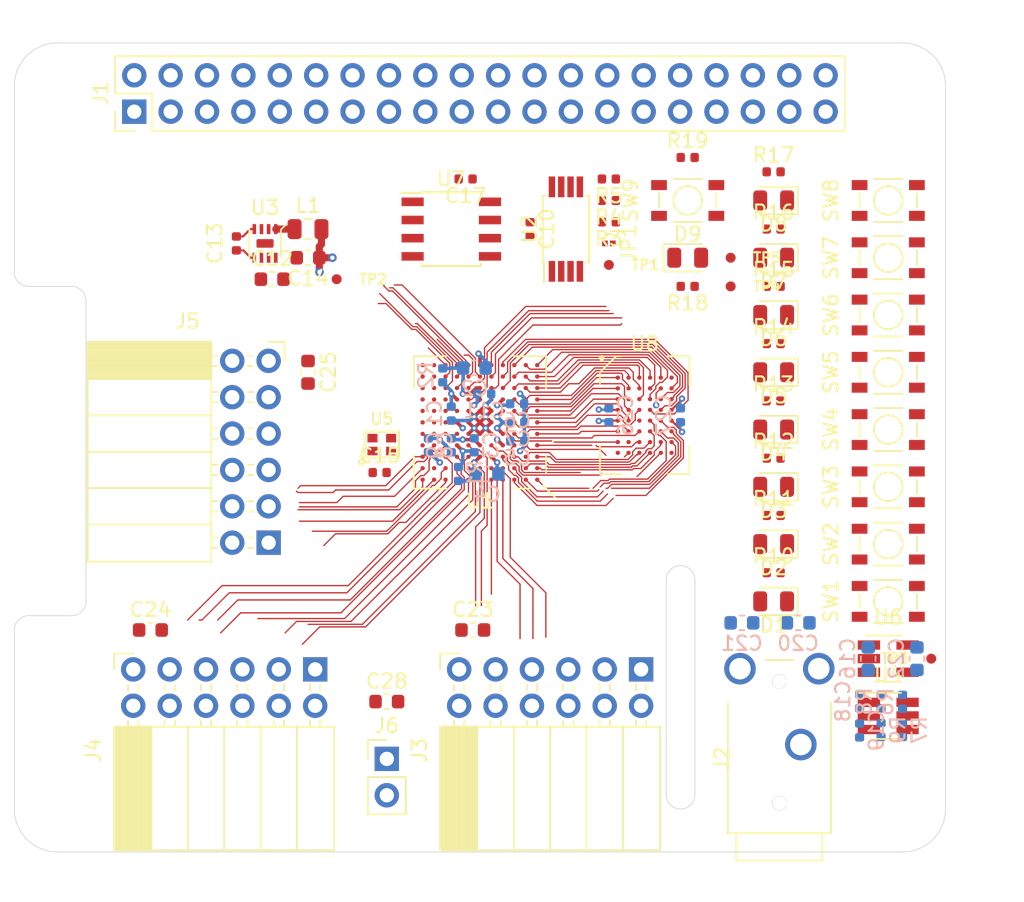
<source format=kicad_pcb>
(kicad_pcb (version 20171130) (host pcbnew 5.1.2+dfsg1-1)
  (layers (0 F.Cu signal) (1 In1.Cu power hide) (2 In2.Cu power) (31 B.Cu signal) (34 B.Paste user) (35 F.Paste user) (36 B.SilkS user hide) (37 F.SilkS user hide) (38 B.Mask user) (39 F.Mask user) (44 Edge.Cuts user))
  (net 0 "")
  (net 1 GND)
  (net 2 +1V2)
  (net 3 "Net-(C2-Pad2)")
  (net 4 "Net-(C2-Pad1)")
  (net 5 "Net-(C4-Pad2)")
  (net 6 "Net-(C4-Pad1)")
  (net 7 +3V3)
  (net 8 +5V)
  (net 9 "Net-(C13-Pad2)")
  (net 10 "Net-(C18-Pad1)")
  (net 11 "Net-(C19-Pad1)")
  (net 12 "Net-(C20-Pad1)")
  (net 13 "Net-(C21-Pad1)")
  (net 14 +3.3VDAC)
  (net 15 "Net-(D1-Pad1)")
  (net 16 /LED0)
  (net 17 /LED1)
  (net 18 "Net-(D2-Pad1)")
  (net 19 "Net-(D3-Pad1)")
  (net 20 /LED2)
  (net 21 /LED3)
  (net 22 "Net-(D4-Pad1)")
  (net 23 /LED4)
  (net 24 "Net-(D5-Pad1)")
  (net 25 "Net-(D6-Pad1)")
  (net 26 /LED5)
  (net 27 /LED6)
  (net 28 "Net-(D7-Pad1)")
  (net 29 "Net-(D8-Pad1)")
  (net 30 /LED7)
  (net 31 /GP13_FPGA_CDONE)
  (net 32 "Net-(J1-Pad3)")
  (net 33 "Net-(J1-Pad5)")
  (net 34 "Net-(J1-Pad7)")
  (net 35 /GP14_UART_TXD)
  (net 36 /GP15_UART_RXD)
  (net 37 "Net-(J1-Pad11)")
  (net 38 "Net-(J1-Pad12)")
  (net 39 /GP27_SDIO_DAT3)
  (net 40 /GP22_SDIO_CLK)
  (net 41 /GP23_SDIO_CMD)
  (net 42 /GP24_SDIO_DAT0)
  (net 43 /GP10_SPI_MOSI)
  (net 44 /GP9_SPI_MISO)
  (net 45 /GP25_SDIO_DAT1)
  (net 46 /GP11_SPI_SCK)
  (net 47 /GP8_SPI_~CS)
  (net 48 "Net-(J1-Pad26)")
  (net 49 /ID_SD)
  (net 50 /ID_SC)
  (net 51 "Net-(J1-Pad29)")
  (net 52 "Net-(J1-Pad31)")
  (net 53 /GP12_FPGA_~RST)
  (net 54 "Net-(J1-Pad35)")
  (net 55 "Net-(J1-Pad36)")
  (net 56 /GP26_SDIO_DAT2)
  (net 57 "Net-(J1-Pad38)")
  (net 58 "Net-(J1-Pad40)")
  (net 59 /IO0_0)
  (net 60 /IO0_1)
  (net 61 /IO0_2)
  (net 62 /IO0_3)
  (net 63 /IO0_4)
  (net 64 /IO0_5)
  (net 65 /IO0_6)
  (net 66 /IO0_7)
  (net 67 /IO1_7)
  (net 68 /IO1_6)
  (net 69 /IO1_5)
  (net 70 /IO1_4)
  (net 71 /IO1_3)
  (net 72 /IO1_2)
  (net 73 /IO1_1)
  (net 74 /IO1_0)
  (net 75 /IO2_0)
  (net 76 /IO2_1)
  (net 77 /IO2_2)
  (net 78 /IO2_3)
  (net 79 /IO2_4)
  (net 80 /IO2_5)
  (net 81 /IO2_6)
  (net 82 /IO2_7)
  (net 83 "Net-(JP1-Pad1)")
  (net 84 "Net-(L1-Pad1)")
  (net 85 "Net-(R6-Pad2)")
  (net 86 "Net-(R7-Pad2)")
  (net 87 /SW0)
  (net 88 /SW1)
  (net 89 /SW2)
  (net 90 /SW3)
  (net 91 /SW4)
  (net 92 /SW5)
  (net 93 /SW6)
  (net 94 /SW7)
  (net 95 /SRAM_DQ0)
  (net 96 /SRAM_DQ5)
  (net 97 /SRAM_DQ7)
  (net 98 /SRAM_DQ6)
  (net 99 /SRAM_DQ12)
  (net 100 /SRAM_A9)
  (net 101 /SRAM_A2)
  (net 102 /SRAM_A4)
  (net 103 /SRAM_A5)
  (net 104 /SRAM_A10)
  (net 105 /SRAM_DQ1)
  (net 106 /SRAM_DQ4)
  (net 107 /SRAM_DQ8)
  (net 108 /SRAM_DQ10)
  (net 109 /SRAM_DQ13)
  (net 110 /SRAM_DQ15)
  (net 111 /SRAM_A3)
  (net 112 /SRAM_A7)
  (net 113 /SRAM_A6)
  (net 114 /SRAM_A12)
  (net 115 /SRAM_DQ3)
  (net 116 /SRAM_DQ9)
  (net 117 /SRAM_DQ11)
  (net 118 /SRAM_A8)
  (net 119 /SRAM_A0)
  (net 120 /SRAM_A1)
  (net 121 /SRAM_A11)
  (net 122 /SRAM_A13)
  (net 123 /SRAM_A15)
  (net 124 /SRAM_DQ2)
  (net 125 /SRAM_DQ14)
  (net 126 /SRAM_A14)
  (net 127 /SRAM_A17)
  (net 128 /SRAM_A16)
  (net 129 /SRAM_~WE)
  (net 130 /SRAM_~OE)
  (net 131 /SRAM_~LB)
  (net 132 /SRAM_~UB)
  (net 133 /AUDIO_R_PWM)
  (net 134 "Net-(U1-PadB10)")
  (net 135 /CLK_OSC)
  (net 136 /AUDIO_L_PWM)
  (module Capacitor_SMD:C_0402_1005Metric (layer B.Cu) (at 128.9 108.1 90)
    (fp_text reference C8 (at 0 1.17 90) (layer B.SilkS) (effects (justify mirror)))
    (fp_text value 100n)
    (pad 2 smd roundrect (at 0.485 0 90) (size 0.59 0.64) (layers B.Cu B.Paste B.Mask) (net 1 GND))
    (pad 1 smd roundrect (at -0.485 0 90) (size 0.59 0.64) (layers B.Cu B.Paste B.Mask) (net 7 +3V3))
  )
  (module fpga_hat:BGA-121_11x11_9.0x9.0mm (layer F.Cu) (at 132.5 106.5 180)
    (fp_text reference U1 (at 0 -5.5) (layer F.SilkS))
    (fp_text value iCE40-HX8k-BG121)
    (pad A1 smd circle (at -4 -4 180) (size 0.3 0.3) (layers F.Cu F.Paste F.Mask) (net 79 /IO2_4))
    (pad B1 smd circle (at -4 -3.2 180) (size 0.3 0.3) (layers F.Cu F.Paste F.Mask) (net 129 /SRAM_~WE))
    (pad C1 smd circle (at -4 -2.4 180) (size 0.3 0.3) (layers F.Cu F.Paste F.Mask) (net 100 /SRAM_A9))
    (pad D1 smd circle (at -4 -1.6 180) (size 0.3 0.3) (layers F.Cu F.Paste F.Mask) (net 114 /SRAM_A12))
    (pad E1 smd circle (at -4 -0.8 180) (size 0.3 0.3) (layers F.Cu F.Paste F.Mask) (net 125 /SRAM_DQ14))
    (pad F1 smd circle (at -4 0 180) (size 0.3 0.3) (layers F.Cu F.Paste F.Mask) (net 99 /SRAM_DQ12))
    (pad G1 smd circle (at -4 0.8 180) (size 0.3 0.3) (layers F.Cu F.Paste F.Mask) (net 107 /SRAM_DQ8))
    (pad H1 smd circle (at -4 1.6 180) (size 0.3 0.3) (layers F.Cu F.Paste F.Mask) (net 132 /SRAM_~UB))
    (pad J1 smd circle (at -4 2.4 180) (size 0.3 0.3) (layers F.Cu F.Paste F.Mask) (net 119 /SRAM_A0))
    (pad K1 smd circle (at -4 3.2 180) (size 0.3 0.3) (layers F.Cu F.Paste F.Mask) (net 102 /SRAM_A4))
    (pad L1 smd circle (at -4 4 180) (size 0.3 0.3) (layers F.Cu F.Paste F.Mask) (net 95 /SRAM_DQ0))
    (pad A2 smd circle (at -3.2 -4 180) (size 0.3 0.3) (layers F.Cu F.Paste F.Mask) (net 77 /IO2_2))
    (pad B2 smd circle (at -3.2 -3.2 180) (size 0.3 0.3) (layers F.Cu F.Paste F.Mask) (net 104 /SRAM_A10))
    (pad C2 smd circle (at -3.2 -2.4 180) (size 0.3 0.3) (layers F.Cu F.Paste F.Mask) (net 122 /SRAM_A13))
    (pad D2 smd circle (at -3.2 -1.6 180) (size 0.3 0.3) (layers F.Cu F.Paste F.Mask) (net 110 /SRAM_DQ15))
    (pad E2 smd circle (at -3.2 -0.8 180) (size 0.3 0.3) (layers F.Cu F.Paste F.Mask) (net 109 /SRAM_DQ13))
    (pad F2 smd circle (at -3.2 0 180) (size 0.3 0.3) (layers F.Cu F.Paste F.Mask) (net 116 /SRAM_DQ9))
    (pad G2 smd circle (at -3.2 0.8 180) (size 0.3 0.3) (layers F.Cu F.Paste F.Mask) (net 108 /SRAM_DQ10))
    (pad H2 smd circle (at -3.2 1.6 180) (size 0.3 0.3) (layers F.Cu F.Paste F.Mask) (net 130 /SRAM_~OE))
    (pad J2 smd circle (at -3.2 2.4 180) (size 0.3 0.3) (layers F.Cu F.Paste F.Mask) (net 111 /SRAM_A3))
    (pad K2 smd circle (at -3.2 3.2 180) (size 0.3 0.3) (layers F.Cu F.Paste F.Mask) (net 120 /SRAM_A1))
    (pad L2 smd circle (at -3.2 4 180) (size 0.3 0.3) (layers F.Cu F.Paste F.Mask) (net 113 /SRAM_A6))
    (pad A3 smd circle (at -2.4 -4 180) (size 0.3 0.3) (layers F.Cu F.Paste F.Mask) (net 78 /IO2_3))
    (pad B3 smd circle (at -2.4 -3.2 180) (size 0.3 0.3) (layers F.Cu F.Paste F.Mask) (net 76 /IO2_1))
    (pad C3 smd circle (at -2.4 -2.4 180) (size 0.3 0.3) (layers F.Cu F.Paste F.Mask) (net 123 /SRAM_A15))
    (pad D3 smd circle (at -2.4 -1.6 180) (size 0.3 0.3) (layers F.Cu F.Paste F.Mask) (net 118 /SRAM_A8))
    (pad E3 smd circle (at -2.4 -0.8 180) (size 0.3 0.3) (layers F.Cu F.Paste F.Mask) (net 126 /SRAM_A14))
    (pad F3 smd circle (at -2.4 0 180) (size 0.3 0.3) (layers F.Cu F.Paste F.Mask) (net 127 /SRAM_A17))
    (pad G3 smd circle (at -2.4 0.8 180) (size 0.3 0.3) (layers F.Cu F.Paste F.Mask) (net 117 /SRAM_DQ11))
    (pad H3 smd circle (at -2.4 1.6 180) (size 0.3 0.3) (layers F.Cu F.Paste F.Mask) (net 131 /SRAM_~LB))
    (pad J3 smd circle (at -2.4 2.4 180) (size 0.3 0.3) (layers F.Cu F.Paste F.Mask) (net 103 /SRAM_A5))
    (pad K3 smd circle (at -2.4 3.2 180) (size 0.3 0.3) (layers F.Cu F.Paste F.Mask) (net 101 /SRAM_A2))
    (pad L3 smd circle (at -2.4 4 180) (size 0.3 0.3) (layers F.Cu F.Paste F.Mask) (net 105 /SRAM_DQ1))
    (pad A4 smd circle (at -1.6 -4 180) (size 0.3 0.3) (layers F.Cu F.Paste F.Mask) (net 68 /IO1_6))
    (pad B4 smd circle (at -1.6 -3.2 180) (size 0.3 0.3) (layers F.Cu F.Paste F.Mask) (net 75 /IO2_0))
    (pad C4 smd circle (at -1.6 -2.4 180) (size 0.3 0.3) (layers F.Cu F.Paste F.Mask) (net 121 /SRAM_A11))
    (pad D4 smd circle (at -1.6 -1.6 180) (size 0.3 0.3) (layers F.Cu F.Paste F.Mask) (net 2 +1V2))
    (pad E4 smd circle (at -1.6 -0.8 180) (size 0.3 0.3) (layers F.Cu F.Paste F.Mask) (net 7 +3V3))
    (pad F4 smd circle (at -1.6 0 180) (size 0.3 0.3) (layers F.Cu F.Paste F.Mask) (net 98 /SRAM_DQ6))
    (pad G4 smd circle (at -1.6 0.8 180) (size 0.3 0.3) (layers F.Cu F.Paste F.Mask) (net 7 +3V3))
    (pad H4 smd circle (at -1.6 1.6 180) (size 0.3 0.3) (layers F.Cu F.Paste F.Mask) (net 2 +1V2))
    (pad J4 smd circle (at -1.6 2.4 180) (size 0.3 0.3) (layers F.Cu F.Paste F.Mask) (net 124 /SRAM_DQ2))
    (pad K4 smd circle (at -1.6 3.2 180) (size 0.3 0.3) (layers F.Cu F.Paste F.Mask) (net 115 /SRAM_DQ3))
    (pad L4 smd circle (at -1.6 4 180) (size 0.3 0.3) (layers F.Cu F.Paste F.Mask) (net 112 /SRAM_A7))
    (pad A5 smd circle (at -0.8 -4 180) (size 0.3 0.3) (layers F.Cu F.Paste F.Mask) (net 70 /IO1_4))
    (pad B5 smd circle (at -0.8 -3.2 180) (size 0.3 0.3) (layers F.Cu F.Paste F.Mask) (net 69 /IO1_5))
    (pad C5 smd circle (at -0.8 -2.4 180) (size 0.3 0.3) (layers F.Cu F.Paste F.Mask) (net 5 "Net-(C4-Pad2)"))
    (pad D5 smd circle (at -0.8 -1.6 180) (size 0.3 0.3) (layers F.Cu F.Paste F.Mask) (net 67 /IO1_7))
    (pad E5 smd circle (at -0.8 -0.8 180) (size 0.3 0.3) (layers F.Cu F.Paste F.Mask) (net 1 GND))
    (pad F5 smd circle (at -0.8 0 180) (size 0.3 0.3) (layers F.Cu F.Paste F.Mask) (net 1 GND))
    (pad G5 smd circle (at -0.8 0.8 180) (size 0.3 0.3) (layers F.Cu F.Paste F.Mask) (net 1 GND))
    (pad H5 smd circle (at -0.8 1.6 180) (size 0.3 0.3) (layers F.Cu F.Paste F.Mask) (net 1 GND))
    (pad J5 smd circle (at -0.8 2.4 180) (size 0.3 0.3) (layers F.Cu F.Paste F.Mask) (net 96 /SRAM_DQ5))
    (pad K5 smd circle (at -0.8 3.2 180) (size 0.3 0.3) (layers F.Cu F.Paste F.Mask) (net 128 /SRAM_A16))
    (pad L5 smd circle (at -0.8 4 180) (size 0.3 0.3) (layers F.Cu F.Paste F.Mask) (net 56 /GP26_SDIO_DAT2))
    (pad A6 smd circle (at 0 -4 180) (size 0.3 0.3) (layers F.Cu F.Paste F.Mask) (net 71 /IO1_3))
    (pad B6 smd circle (at 0 -3.2 180) (size 0.3 0.3) (layers F.Cu F.Paste F.Mask) (net 81 /IO2_6))
    (pad C6 smd circle (at 0 -2.4 180) (size 0.3 0.3) (layers F.Cu F.Paste F.Mask) (net 6 "Net-(C4-Pad1)"))
    (pad D6 smd circle (at 0 -1.6 180) (size 0.3 0.3) (layers F.Cu F.Paste F.Mask) (net 7 +3V3))
    (pad E6 smd circle (at 0 -0.8 180) (size 0.3 0.3) (layers F.Cu F.Paste F.Mask) (net 1 GND))
    (pad F6 smd circle (at 0 0 180) (size 0.3 0.3) (layers F.Cu F.Paste F.Mask) (net 1 GND))
    (pad G6 smd circle (at 0 0.8 180) (size 0.3 0.3) (layers F.Cu F.Paste F.Mask) (net 1 GND))
    (pad H6 smd circle (at 0 1.6 180) (size 0.3 0.3) (layers F.Cu F.Paste F.Mask) (net 7 +3V3))
    (pad J6 smd circle (at 0 2.4 180) (size 0.3 0.3) (layers F.Cu F.Paste F.Mask) (net 4 "Net-(C2-Pad1)"))
    (pad K6 smd circle (at 0 3.2 180) (size 0.3 0.3) (layers F.Cu F.Paste F.Mask) (net 39 /GP27_SDIO_DAT3))
    (pad L6 smd circle (at 0 4 180) (size 0.3 0.3) (layers F.Cu F.Paste F.Mask) (net 3 "Net-(C2-Pad2)"))
    (pad A7 smd circle (at 0.8 -4 180) (size 0.3 0.3) (layers F.Cu F.Paste F.Mask) (net 72 /IO1_2))
    (pad B7 smd circle (at 0.8 -3.2 180) (size 0.3 0.3) (layers F.Cu F.Paste F.Mask) (net 80 /IO2_5))
    (pad C7 smd circle (at 0.8 -2.4 180) (size 0.3 0.3) (layers F.Cu F.Paste F.Mask) (net 73 /IO1_1))
    (pad D7 smd circle (at 0.8 -1.6 180) (size 0.3 0.3) (layers F.Cu F.Paste F.Mask) (net 66 /IO0_7))
    (pad E7 smd circle (at 0.8 -0.8 180) (size 0.3 0.3) (layers F.Cu F.Paste F.Mask) (net 1 GND))
    (pad F7 smd circle (at 0.8 0 180) (size 0.3 0.3) (layers F.Cu F.Paste F.Mask) (net 1 GND))
    (pad G7 smd circle (at 0.8 0.8 180) (size 0.3 0.3) (layers F.Cu F.Paste F.Mask) (net 1 GND))
    (pad H7 smd circle (at 0.8 1.6 180) (size 0.3 0.3) (layers F.Cu F.Paste F.Mask) (net 97 /SRAM_DQ7))
    (pad J7 smd circle (at 0.8 2.4 180) (size 0.3 0.3) (layers F.Cu F.Paste F.Mask) (net 106 /SRAM_DQ4))
    (pad K7 smd circle (at 0.8 3.2 180) (size 0.3 0.3) (layers F.Cu F.Paste F.Mask) (net 133 /AUDIO_R_PWM))
    (pad L7 smd circle (at 0.8 4 180) (size 0.3 0.3) (layers F.Cu F.Paste F.Mask) (net 41 /GP23_SDIO_CMD))
    (pad A8 smd circle (at 1.6 -4 180) (size 0.3 0.3) (layers F.Cu F.Paste F.Mask) (net 74 /IO1_0))
    (pad B8 smd circle (at 1.6 -3.2 180) (size 0.3 0.3) (layers F.Cu F.Paste F.Mask) (net 63 /IO0_4))
    (pad C8 smd circle (at 1.6 -2.4 180) (size 0.3 0.3) (layers F.Cu F.Paste F.Mask) (net 65 /IO0_6))
    (pad D8 smd circle (at 1.6 -1.6 180) (size 0.3 0.3) (layers F.Cu F.Paste F.Mask) (net 2 +1V2))
    (pad E8 smd circle (at 1.6 -0.8 180) (size 0.3 0.3) (layers F.Cu F.Paste F.Mask) (net 90 /SW3))
    (pad F8 smd circle (at 1.6 0 180) (size 0.3 0.3) (layers F.Cu F.Paste F.Mask) (net 7 +3V3))
    (pad G8 smd circle (at 1.6 0.8 180) (size 0.3 0.3) (layers F.Cu F.Paste F.Mask) (net 21 /LED3))
    (pad H8 smd circle (at 1.6 1.6 180) (size 0.3 0.3) (layers F.Cu F.Paste F.Mask) (net 2 +1V2))
    (pad J8 smd circle (at 1.6 2.4 180) (size 0.3 0.3) (layers F.Cu F.Paste F.Mask) (net 40 /GP22_SDIO_CLK))
    (pad K8 smd circle (at 1.6 3.2 180) (size 0.3 0.3) (layers F.Cu F.Paste F.Mask) (net 31 /GP13_FPGA_CDONE))
    (pad L8 smd circle (at 1.6 4 180) (size 0.3 0.3) (layers F.Cu F.Paste F.Mask) (net 42 /GP24_SDIO_DAT0))
    (pad A9 smd circle (at 2.4 -4 180) (size 0.3 0.3) (layers F.Cu F.Paste F.Mask) (net 64 /IO0_5))
    (pad B9 smd circle (at 2.4 -3.2 180) (size 0.3 0.3) (layers F.Cu F.Paste F.Mask) (net 62 /IO0_3))
    (pad C9 smd circle (at 2.4 -2.4 180) (size 0.3 0.3) (layers F.Cu F.Paste F.Mask) (net 61 /IO0_2))
    (pad D9 smd circle (at 2.4 -1.6 180) (size 0.3 0.3) (layers F.Cu F.Paste F.Mask) (net 91 /SW4))
    (pad E9 smd circle (at 2.4 -0.8 180) (size 0.3 0.3) (layers F.Cu F.Paste F.Mask) (net 89 /SW2))
    (pad F9 smd circle (at 2.4 0 180) (size 0.3 0.3) (layers F.Cu F.Paste F.Mask) (net 88 /SW1))
    (pad G9 smd circle (at 2.4 0.8 180) (size 0.3 0.3) (layers F.Cu F.Paste F.Mask) (net 27 /LED6))
    (pad H9 smd circle (at 2.4 1.6 180) (size 0.3 0.3) (layers F.Cu F.Paste F.Mask) (net 45 /GP25_SDIO_DAT1))
    (pad J9 smd circle (at 2.4 2.4 180) (size 0.3 0.3) (layers F.Cu F.Paste F.Mask) (net 44 /GP9_SPI_MISO))
    (pad K9 smd circle (at 2.4 3.2 180) (size 0.3 0.3) (layers F.Cu F.Paste F.Mask) (net 43 /GP10_SPI_MOSI))
    (pad L9 smd circle (at 2.4 4 180) (size 0.3 0.3) (layers F.Cu F.Paste F.Mask) (net 53 /GP12_FPGA_~RST))
    (pad A10 smd circle (at 3.2 -4 180) (size 0.3 0.3) (layers F.Cu F.Paste F.Mask) (net 60 /IO0_1))
    (pad B10 smd circle (at 3.2 -3.2 180) (size 0.3 0.3) (layers F.Cu F.Paste F.Mask) (net 134 "Net-(U1-PadB10)"))
    (pad C10 smd circle (at 3.2 -2.4 180) (size 0.3 0.3) (layers F.Cu F.Paste F.Mask) (net 7 +3V3))
    (pad D10 smd circle (at 3.2 -1.6 180) (size 0.3 0.3) (layers F.Cu F.Paste F.Mask) (net 94 /SW7))
    (pad E10 smd circle (at 3.2 -0.8 180) (size 0.3 0.3) (layers F.Cu F.Paste F.Mask) (net 135 /CLK_OSC))
    (pad F10 smd circle (at 3.2 0 180) (size 0.3 0.3) (layers F.Cu F.Paste F.Mask) (net 87 /SW0))
    (pad G10 smd circle (at 3.2 0.8 180) (size 0.3 0.3) (layers F.Cu F.Paste F.Mask) (net 26 /LED5))
    (pad H10 smd circle (at 3.2 1.6 180) (size 0.3 0.3) (layers F.Cu F.Paste F.Mask) (net 17 /LED1))
    (pad J10 smd circle (at 3.2 2.4 180) (size 0.3 0.3) (layers F.Cu F.Paste F.Mask) (net 20 /LED2))
    (pad K10 smd circle (at 3.2 3.2 180) (size 0.3 0.3) (layers F.Cu F.Paste F.Mask) (net 47 /GP8_SPI_~CS))
    (pad L10 smd circle (at 3.2 4 180) (size 0.3 0.3) (layers F.Cu F.Paste F.Mask) (net 46 /GP11_SPI_SCK))
    (pad A11 smd circle (at 4 -4 180) (size 0.3 0.3) (layers F.Cu F.Paste F.Mask) (net 59 /IO0_0))
    (pad B11 smd circle (at 4 -3.2 180) (size 0.3 0.3) (layers F.Cu F.Paste F.Mask) (net 36 /GP15_UART_RXD))
    (pad C11 smd circle (at 4 -2.4 180) (size 0.3 0.3) (layers F.Cu F.Paste F.Mask) (net 35 /GP14_UART_TXD))
    (pad D11 smd circle (at 4 -1.6 180) (size 0.3 0.3) (layers F.Cu F.Paste F.Mask) (net 93 /SW6))
    (pad E11 smd circle (at 4 -0.8 180) (size 0.3 0.3) (layers F.Cu F.Paste F.Mask) (net 92 /SW5))
    (pad F11 smd circle (at 4 0 180) (size 0.3 0.3) (layers F.Cu F.Paste F.Mask) (net 136 /AUDIO_L_PWM))
    (pad G11 smd circle (at 4 0.8 180) (size 0.3 0.3) (layers F.Cu F.Paste F.Mask) (net 30 /LED7))
    (pad H11 smd circle (at 4 1.6 180) (size 0.3 0.3) (layers F.Cu F.Paste F.Mask) (net 23 /LED4))
    (pad J11 smd circle (at 4 2.4 180) (size 0.3 0.3) (layers F.Cu F.Paste F.Mask) (net 82 /IO2_7))
    (pad K11 smd circle (at 4 3.2 180) (size 0.3 0.3) (layers F.Cu F.Paste F.Mask) (net 16 /LED0))
    (pad L11 smd circle (at 4 4 180) (size 0.3 0.3) (layers F.Cu F.Paste F.Mask) (net 7 +3V3))
  )
  (module fpga_hat:MOUNTHOLE_M2.5 (layer F.Cu) (at 161.5 83.5)
    (fp_text reference REF** hide)
    (fp_text value MOUNTHOLE_M2.5 hide)
    (pad "" np_thru_hole circle (at 0 0) (size 2.75 2.75) (drill 2.75) (layers *.Cu *.Mask) (thermal_gap 1.9))
  )
  (module fpga_hat:MOUNTHOLE_M2.5 (layer F.Cu) (at 161.5 133)
    (fp_text reference REF** hide)
    (fp_text value MOUNTHOLE_M2.5 hide)
    (pad "" np_thru_hole circle (at 0 0) (size 2.75 2.75) (drill 2.75) (layers *.Cu *.Mask) (thermal_gap 1.9))
  )
  (module fpga_hat:MOUNTHOLE_M2.5 (layer F.Cu) (at 103.5 133)
    (fp_text reference REF** hide)
    (fp_text value MOUNTHOLE_M2.5 hide)
    (pad "" np_thru_hole circle (at 0 0) (size 2.75 2.75) (drill 2.75) (layers *.Cu *.Mask) (thermal_gap 1.9))
  )
  (module fpga_hat:MOUNTHOLE_M2.5 (layer F.Cu) (at 103.5 83.5)
    (fp_text reference REF** hide)
    (fp_text value MOUNTHOLE_M2.5 hide)
    (pad "" np_thru_hole circle (at 0 0) (size 2.75 2.75) (drill 2.75) (layers *.Cu *.Mask) (thermal_gap 1.9))
  )
  (module Capacitor_SMD:C_0402_1005Metric (layer B.Cu) (at 130.5 105.885 270)
    (fp_text reference C1 (at 0 1.17 90) (layer B.SilkS) (effects (justify mirror)))
    (fp_text value 100n)
    (pad 2 smd roundrect (at 0.485 0 270) (size 0.59 0.64) (layers B.Cu B.Paste B.Mask) (net 1 GND))
    (pad 1 smd roundrect (at -0.485 0 270) (size 0.59 0.64) (layers B.Cu B.Paste B.Mask) (net 2 +1V2))
  )
  (module Capacitor_SMD:C_0603_1608Metric (layer B.Cu) (at 132.1125 102.7)
    (fp_text reference C2 (at 0 1.43) (layer B.SilkS) (effects (justify mirror)))
    (fp_text value 4u7)
    (pad 2 smd roundrect (at 0.7875 0) (size 0.875 0.95) (layers B.Cu B.Paste B.Mask) (net 3 "Net-(C2-Pad2)"))
    (pad 1 smd roundrect (at -0.7875 0) (size 0.875 0.95) (layers B.Cu B.Paste B.Mask) (net 4 "Net-(C2-Pad1)"))
  )
  (module Capacitor_SMD:C_0402_1005Metric (layer B.Cu) (at 132.1 108.1 90)
    (fp_text reference C3 (at 0 1.17 90) (layer B.SilkS) (effects (justify mirror)))
    (fp_text value 100n)
    (pad 1 smd roundrect (at -0.485 0 90) (size 0.59 0.64) (layers B.Cu B.Paste B.Mask) (net 2 +1V2))
    (pad 2 smd roundrect (at 0.485 0 90) (size 0.59 0.64) (layers B.Cu B.Paste B.Mask) (net 1 GND))
  )
  (module Capacitor_SMD:C_0603_1608Metric (layer B.Cu) (at 133 110.1)
    (fp_text reference C4 (at 0 1.43) (layer B.SilkS) (effects (justify mirror)))
    (fp_text value 4u7)
    (pad 1 smd roundrect (at -0.7875 0) (size 0.875 0.95) (layers B.Cu B.Paste B.Mask) (net 6 "Net-(C4-Pad1)"))
    (pad 2 smd roundrect (at 0.7875 0) (size 0.875 0.95) (layers B.Cu B.Paste B.Mask) (net 5 "Net-(C4-Pad2)"))
  )
  (module Capacitor_SMD:C_0402_1005Metric (layer B.Cu) (at 135.1 107.8)
    (fp_text reference C5 (at 0 1.17 180) (layer B.SilkS) (effects (justify mirror)))
    (fp_text value 100n)
    (pad 1 smd roundrect (at -0.485 0) (size 0.59 0.64) (layers B.Cu B.Paste B.Mask) (net 2 +1V2))
    (pad 2 smd roundrect (at 0.485 0) (size 0.59 0.64) (layers B.Cu B.Paste B.Mask) (net 1 GND))
  )
  (module Capacitor_SMD:C_0402_1005Metric (layer B.Cu) (at 135.1 105.2)
    (fp_text reference C6 (at 0 1.17) (layer B.SilkS) (effects (justify mirror)))
    (fp_text value 100n)
    (pad 2 smd roundrect (at 0.485 0) (size 0.59 0.64) (layers B.Cu B.Paste B.Mask) (net 1 GND))
    (pad 1 smd roundrect (at -0.485 0) (size 0.59 0.64) (layers B.Cu B.Paste B.Mask) (net 2 +1V2))
  )
  (module Capacitor_SMD:C_0402_1005Metric (layer B.Cu) (at 135.115 106.5)
    (fp_text reference C7 (at 0 1.17 180) (layer B.SilkS) (effects (justify mirror)))
    (fp_text value 100n)
    (pad 2 smd roundrect (at 0.485 0) (size 0.59 0.64) (layers B.Cu B.Paste B.Mask) (net 1 GND))
    (pad 1 smd roundrect (at -0.485 0) (size 0.59 0.64) (layers B.Cu B.Paste B.Mask) (net 7 +3V3))
  )
  (module Capacitor_SMD:C_0402_1005Metric (layer B.Cu) (at 130.5 108.1 270)
    (fp_text reference C9 (at 0 1.17 90) (layer B.SilkS) (effects (justify mirror)))
    (fp_text value 100n)
    (pad 2 smd roundrect (at 0.485 0 270) (size 0.59 0.64) (layers B.Cu B.Paste B.Mask) (net 1 GND))
    (pad 1 smd roundrect (at -0.485 0 270) (size 0.59 0.64) (layers B.Cu B.Paste B.Mask) (net 7 +3V3))
  )
  (module Capacitor_SMD:C_0402_1005Metric (layer F.Cu) (at 136 93 270)
    (fp_text reference C10 (at 0 -1.17 90) (layer F.SilkS))
    (fp_text value 100n)
    (pad 2 smd roundrect (at 0.485 0 270) (size 0.59 0.64) (layers F.Cu F.Paste F.Mask) (net 1 GND))
    (pad 1 smd roundrect (at -0.485 0 270) (size 0.59 0.64) (layers F.Cu F.Paste F.Mask) (net 7 +3V3))
  )
  (module Capacitor_SMD:C_0402_1005Metric (layer B.Cu) (at 132.8 104.5)
    (fp_text reference C11 (at 0 1.17) (layer B.SilkS) (effects (justify mirror)))
    (fp_text value 100n)
    (pad 1 smd roundrect (at -0.485 0) (size 0.59 0.64) (layers B.Cu B.Paste B.Mask) (net 7 +3V3))
    (pad 2 smd roundrect (at 0.485 0) (size 0.59 0.64) (layers B.Cu B.Paste B.Mask) (net 1 GND))
  )
  (module Capacitor_SMD:C_0603_1608Metric (layer F.Cu) (at 118 96.5)
    (fp_text reference C12 (at 0 -1.43) (layer F.SilkS))
    (fp_text value 4u7)
    (pad 2 smd roundrect (at 0.7875 0) (size 0.875 0.95) (layers F.Cu F.Paste F.Mask) (net 1 GND))
    (pad 1 smd roundrect (at -0.7875 0) (size 0.875 0.95) (layers F.Cu F.Paste F.Mask) (net 8 +5V))
  )
  (module Capacitor_SMD:C_0402_1005Metric (layer F.Cu) (at 115.5 94 270)
    (fp_text reference C13 (at 0 1.5 90) (layer F.SilkS))
    (fp_text value 560p)
    (pad 1 smd roundrect (at -0.485 0 270) (size 0.59 0.64) (layers F.Cu F.Paste F.Mask) (net 2 +1V2))
    (pad 2 smd roundrect (at 0.485 0 270) (size 0.59 0.64) (layers F.Cu F.Paste F.Mask) (net 9 "Net-(C13-Pad2)"))
  )
  (module Capacitor_SMD:C_0603_1608Metric (layer F.Cu) (at 120.5 95 180)
    (fp_text reference C14 (at 0 -1.43) (layer F.SilkS))
    (fp_text value 4u7)
    (pad 2 smd roundrect (at 0.7875 0 180) (size 0.875 0.95) (layers F.Cu F.Paste F.Mask) (net 1 GND))
    (pad 1 smd roundrect (at -0.7875 0 180) (size 0.875 0.95) (layers F.Cu F.Paste F.Mask) (net 2 +1V2))
  )
  (module Capacitor_SMD:C_0402_1005Metric (layer F.Cu) (at 125.5 110)
    (fp_text reference C15 (at 0 -1.17) (layer F.SilkS))
    (fp_text value 100n)
    (pad 2 smd roundrect (at 0.485 0) (size 0.59 0.64) (layers F.Cu F.Paste F.Mask) (net 1 GND))
    (pad 1 smd roundrect (at -0.485 0) (size 0.59 0.64) (layers F.Cu F.Paste F.Mask) (net 7 +3V3))
  )
  (module Capacitor_SMD:C_0603_1608Metric (layer B.Cu) (at 159.6 123 270)
    (fp_text reference C16 (at 0 1.43 90) (layer B.SilkS) (effects (justify mirror)))
    (fp_text value 1u)
    (pad 1 smd roundrect (at -0.7875 0 270) (size 0.875 0.95) (layers B.Cu B.Paste B.Mask) (net 8 +5V))
    (pad 2 smd roundrect (at 0.7875 0 270) (size 0.875 0.95) (layers B.Cu B.Paste B.Mask) (net 1 GND))
  )
  (module Capacitor_SMD:C_0402_1005Metric (layer F.Cu) (at 131.5 89.5 180)
    (fp_text reference C17 (at 0 -1.17) (layer F.SilkS))
    (fp_text value 100n)
    (pad 1 smd roundrect (at -0.485 0 180) (size 0.59 0.64) (layers F.Cu F.Paste F.Mask) (net 7 +3V3))
    (pad 2 smd roundrect (at 0.485 0 180) (size 0.59 0.64) (layers F.Cu F.Paste F.Mask) (net 1 GND))
  )
  (module Capacitor_SMD:C_0402_1005Metric (layer B.Cu) (at 159 125.985 270)
    (fp_text reference C18 (at 0 1.17 90) (layer B.SilkS) (effects (justify mirror)))
    (fp_text value 100n)
    (pad 1 smd roundrect (at -0.485 0 270) (size 0.59 0.64) (layers B.Cu B.Paste B.Mask) (net 10 "Net-(C18-Pad1)"))
    (pad 2 smd roundrect (at 0.485 0 270) (size 0.59 0.64) (layers B.Cu B.Paste B.Mask) (net 1 GND))
  )
  (module Capacitor_SMD:C_0402_1005Metric (layer B.Cu) (at 159 128.015 90)
    (fp_text reference C19 (at 0 1.17 90) (layer B.SilkS) (effects (justify mirror)))
    (fp_text value 100n)
    (pad 1 smd roundrect (at -0.485 0 90) (size 0.59 0.64) (layers B.Cu B.Paste B.Mask) (net 11 "Net-(C19-Pad1)"))
    (pad 2 smd roundrect (at 0.485 0 90) (size 0.59 0.64) (layers B.Cu B.Paste B.Mask) (net 1 GND))
  )
  (module Capacitor_SMD:C_0603_1608Metric (layer B.Cu) (at 154.7125 120.5)
    (fp_text reference C20 (at 0 1.43) (layer B.SilkS) (effects (justify mirror)))
    (fp_text value 4u7)
    (pad 1 smd roundrect (at -0.7875 0) (size 0.875 0.95) (layers B.Cu B.Paste B.Mask) (net 12 "Net-(C20-Pad1)"))
    (pad 2 smd roundrect (at 0.7875 0) (size 0.875 0.95) (layers B.Cu B.Paste B.Mask) (net 10 "Net-(C18-Pad1)"))
  )
  (module Capacitor_SMD:C_0603_1608Metric (layer B.Cu) (at 150.7875 120.5)
    (fp_text reference C21 (at 0 1.43) (layer B.SilkS) (effects (justify mirror)))
    (fp_text value 4u7)
    (pad 1 smd roundrect (at -0.7875 0) (size 0.875 0.95) (layers B.Cu B.Paste B.Mask) (net 13 "Net-(C21-Pad1)"))
    (pad 2 smd roundrect (at 0.7875 0) (size 0.875 0.95) (layers B.Cu B.Paste B.Mask) (net 11 "Net-(C19-Pad1)"))
  )
  (module Capacitor_SMD:C_0603_1608Metric (layer B.Cu) (at 163 123 270)
    (fp_text reference C22 (at 0 1.43 90) (layer B.SilkS) (effects (justify mirror)))
    (fp_text value 1u)
    (pad 2 smd roundrect (at 0.7875 0 270) (size 0.875 0.95) (layers B.Cu B.Paste B.Mask) (net 1 GND))
    (pad 1 smd roundrect (at -0.7875 0 270) (size 0.875 0.95) (layers B.Cu B.Paste B.Mask) (net 14 +3.3VDAC))
  )
  (module Capacitor_SMD:C_0603_1608Metric (layer F.Cu) (at 132 121)
    (fp_text reference C23 (at 0 -1.43) (layer F.SilkS))
    (fp_text value 1u)
    (pad 2 smd roundrect (at 0.7875 0) (size 0.875 0.95) (layers F.Cu F.Paste F.Mask) (net 1 GND))
    (pad 1 smd roundrect (at -0.7875 0) (size 0.875 0.95) (layers F.Cu F.Paste F.Mask) (net 7 +3V3))
  )
  (module Capacitor_SMD:C_0603_1608Metric (layer F.Cu) (at 109.5 121)
    (fp_text reference C24 (at 0 -1.43) (layer F.SilkS))
    (fp_text value 1u)
    (pad 1 smd roundrect (at -0.7875 0) (size 0.875 0.95) (layers F.Cu F.Paste F.Mask) (net 7 +3V3))
    (pad 2 smd roundrect (at 0.7875 0) (size 0.875 0.95) (layers F.Cu F.Paste F.Mask) (net 1 GND))
  )
  (module Capacitor_SMD:C_0603_1608Metric (layer F.Cu) (at 120.5 103 270)
    (fp_text reference C25 (at 0 -1.43 90) (layer F.SilkS))
    (fp_text value 1u)
    (pad 2 smd roundrect (at 0.7875 0 270) (size 0.875 0.95) (layers F.Cu F.Paste F.Mask) (net 1 GND))
    (pad 1 smd roundrect (at -0.7875 0 270) (size 0.875 0.95) (layers F.Cu F.Paste F.Mask) (net 7 +3V3))
  )
  (module Capacitor_SMD:C_0402_1005Metric (layer B.Cu) (at 141.5 106 90)
    (fp_text reference C26 (at 0 1.17 270) (layer B.SilkS) (effects (justify mirror)))
    (fp_text value 100n)
    (pad 1 smd roundrect (at -0.485 0 90) (size 0.59 0.64) (layers B.Cu B.Paste B.Mask) (net 7 +3V3))
    (pad 2 smd roundrect (at 0.485 0 90) (size 0.59 0.64) (layers B.Cu B.Paste B.Mask) (net 1 GND))
  )
  (module Capacitor_SMD:C_0402_1005Metric (layer B.Cu) (at 146.5 106 270)
    (fp_text reference C27 (at 0 1.17 270) (layer B.SilkS) (effects (justify mirror)))
    (fp_text value 100n)
    (pad 2 smd roundrect (at 0.485 0 270) (size 0.59 0.64) (layers B.Cu B.Paste B.Mask) (net 1 GND))
    (pad 1 smd roundrect (at -0.485 0 270) (size 0.59 0.64) (layers B.Cu B.Paste B.Mask) (net 7 +3V3))
  )
  (module Capacitor_SMD:C_0603_1608Metric (layer F.Cu) (at 126 126)
    (fp_text reference C28 (at 0 -1.43) (layer F.SilkS))
    (fp_text value 1u)
    (pad 1 smd roundrect (at -0.7875 0) (size 0.875 0.95) (layers F.Cu F.Paste F.Mask) (net 8 +5V))
    (pad 2 smd roundrect (at 0.7875 0) (size 0.875 0.95) (layers F.Cu F.Paste F.Mask) (net 1 GND))
  )
  (module LED_SMD:LED_0805_2012Metric (layer F.Cu) (at 153 119 180)
    (fp_text reference D1 (at 0 -1.65) (layer F.SilkS))
    (fp_text value LED)
    (pad 1 smd roundrect (at -0.9375 0 180) (size 0.975 1.4) (layers F.Cu F.Paste F.Mask) (net 15 "Net-(D1-Pad1)"))
    (pad 2 smd roundrect (at 0.9375 0 180) (size 0.975 1.4) (layers F.Cu F.Paste F.Mask) (net 16 /LED0))
  )
  (module LED_SMD:LED_0805_2012Metric (layer F.Cu) (at 153 115 180)
    (fp_text reference D2 (at 0 -1.65) (layer F.SilkS))
    (fp_text value LED)
    (pad 1 smd roundrect (at -0.9375 0 180) (size 0.975 1.4) (layers F.Cu F.Paste F.Mask) (net 18 "Net-(D2-Pad1)"))
    (pad 2 smd roundrect (at 0.9375 0 180) (size 0.975 1.4) (layers F.Cu F.Paste F.Mask) (net 17 /LED1))
  )
  (module LED_SMD:LED_0805_2012Metric (layer F.Cu) (at 153 111 180)
    (fp_text reference D3 (at 0 -1.65) (layer F.SilkS))
    (fp_text value LED)
    (pad 2 smd roundrect (at 0.9375 0 180) (size 0.975 1.4) (layers F.Cu F.Paste F.Mask) (net 20 /LED2))
    (pad 1 smd roundrect (at -0.9375 0 180) (size 0.975 1.4) (layers F.Cu F.Paste F.Mask) (net 19 "Net-(D3-Pad1)"))
  )
  (module LED_SMD:LED_0805_2012Metric (layer F.Cu) (at 153 107 180)
    (fp_text reference D4 (at 0 -1.65) (layer F.SilkS))
    (fp_text value LED)
    (pad 1 smd roundrect (at -0.9375 0 180) (size 0.975 1.4) (layers F.Cu F.Paste F.Mask) (net 22 "Net-(D4-Pad1)"))
    (pad 2 smd roundrect (at 0.9375 0 180) (size 0.975 1.4) (layers F.Cu F.Paste F.Mask) (net 21 /LED3))
  )
  (module LED_SMD:LED_0805_2012Metric (layer F.Cu) (at 153 103 180)
    (fp_text reference D5 (at 0 -1.65) (layer F.SilkS))
    (fp_text value LED)
    (pad 2 smd roundrect (at 0.9375 0 180) (size 0.975 1.4) (layers F.Cu F.Paste F.Mask) (net 23 /LED4))
    (pad 1 smd roundrect (at -0.9375 0 180) (size 0.975 1.4) (layers F.Cu F.Paste F.Mask) (net 24 "Net-(D5-Pad1)"))
  )
  (module LED_SMD:LED_0805_2012Metric (layer F.Cu) (at 153 99 180)
    (fp_text reference D6 (at 0 -1.65) (layer F.SilkS))
    (fp_text value LED)
    (pad 1 smd roundrect (at -0.9375 0 180) (size 0.975 1.4) (layers F.Cu F.Paste F.Mask) (net 25 "Net-(D6-Pad1)"))
    (pad 2 smd roundrect (at 0.9375 0 180) (size 0.975 1.4) (layers F.Cu F.Paste F.Mask) (net 26 /LED5))
  )
  (module LED_SMD:LED_0805_2012Metric (layer F.Cu) (at 153 95 180)
    (fp_text reference D7 (at 0 -1.65) (layer F.SilkS))
    (fp_text value LED)
    (pad 2 smd roundrect (at 0.9375 0 180) (size 0.975 1.4) (layers F.Cu F.Paste F.Mask) (net 27 /LED6))
    (pad 1 smd roundrect (at -0.9375 0 180) (size 0.975 1.4) (layers F.Cu F.Paste F.Mask) (net 28 "Net-(D7-Pad1)"))
  )
  (module LED_SMD:LED_0805_2012Metric (layer F.Cu) (at 153 91 180)
    (fp_text reference D8 (at 0 -1.65) (layer F.SilkS))
    (fp_text value LED)
    (pad 1 smd roundrect (at -0.9375 0 180) (size 0.975 1.4) (layers F.Cu F.Paste F.Mask) (net 29 "Net-(D8-Pad1)"))
    (pad 2 smd roundrect (at 0.9375 0 180) (size 0.975 1.4) (layers F.Cu F.Paste F.Mask) (net 30 /LED7))
  )
  (module LED_SMD:LED_0805_2012Metric (layer F.Cu) (at 147 95)
    (fp_text reference D9 (at 0 -1.65) (layer F.SilkS))
    (fp_text value LED)
    (pad 2 smd roundrect (at 0.9375 0) (size 0.975 1.4) (layers F.Cu F.Paste F.Mask) (net 31 /GP13_FPGA_CDONE))
    (pad 1 smd roundrect (at -0.9375 0) (size 0.975 1.4) (layers F.Cu F.Paste F.Mask) (net 1 GND))
  )
  (module Connector_PinHeader_2.54mm:PinHeader_2x20_P2.54mm_Vertical (layer F.Cu) (at 108.37 84.8 90)
    (fp_text reference J1 (at 1.27 -2.33 90) (layer F.SilkS))
    (fp_text value 2x20)
    (pad 1 thru_hole rect (at 0 0 90) (size 1.7 1.7) (drill 1) (layers *.Cu *.Mask) (net 7 +3V3))
    (pad 2 thru_hole oval (at 2.54 0 90) (size 1.7 1.7) (drill 1) (layers *.Cu *.Mask) (net 8 +5V))
    (pad 3 thru_hole oval (at 0 2.54 90) (size 1.7 1.7) (drill 1) (layers *.Cu *.Mask) (net 32 "Net-(J1-Pad3)"))
    (pad 4 thru_hole oval (at 2.54 2.54 90) (size 1.7 1.7) (drill 1) (layers *.Cu *.Mask) (net 8 +5V))
    (pad 5 thru_hole oval (at 0 5.08 90) (size 1.7 1.7) (drill 1) (layers *.Cu *.Mask) (net 33 "Net-(J1-Pad5)"))
    (pad 6 thru_hole oval (at 2.54 5.08 90) (size 1.7 1.7) (drill 1) (layers *.Cu *.Mask) (net 1 GND))
    (pad 7 thru_hole oval (at 0 7.62 90) (size 1.7 1.7) (drill 1) (layers *.Cu *.Mask) (net 34 "Net-(J1-Pad7)"))
    (pad 8 thru_hole oval (at 2.54 7.62 90) (size 1.7 1.7) (drill 1) (layers *.Cu *.Mask) (net 35 /GP14_UART_TXD))
    (pad 9 thru_hole oval (at 0 10.16 90) (size 1.7 1.7) (drill 1) (layers *.Cu *.Mask) (net 1 GND))
    (pad 10 thru_hole oval (at 2.54 10.16 90) (size 1.7 1.7) (drill 1) (layers *.Cu *.Mask) (net 36 /GP15_UART_RXD))
    (pad 11 thru_hole oval (at 0 12.7 90) (size 1.7 1.7) (drill 1) (layers *.Cu *.Mask) (net 37 "Net-(J1-Pad11)"))
    (pad 12 thru_hole oval (at 2.54 12.7 90) (size 1.7 1.7) (drill 1) (layers *.Cu *.Mask) (net 38 "Net-(J1-Pad12)"))
    (pad 13 thru_hole oval (at 0 15.24 90) (size 1.7 1.7) (drill 1) (layers *.Cu *.Mask) (net 39 /GP27_SDIO_DAT3))
    (pad 14 thru_hole oval (at 2.54 15.24 90) (size 1.7 1.7) (drill 1) (layers *.Cu *.Mask) (net 1 GND))
    (pad 15 thru_hole oval (at 0 17.78 90) (size 1.7 1.7) (drill 1) (layers *.Cu *.Mask) (net 40 /GP22_SDIO_CLK))
    (pad 16 thru_hole oval (at 2.54 17.78 90) (size 1.7 1.7) (drill 1) (layers *.Cu *.Mask) (net 41 /GP23_SDIO_CMD))
    (pad 17 thru_hole oval (at 0 20.32 90) (size 1.7 1.7) (drill 1) (layers *.Cu *.Mask) (net 7 +3V3))
    (pad 18 thru_hole oval (at 2.54 20.32 90) (size 1.7 1.7) (drill 1) (layers *.Cu *.Mask) (net 42 /GP24_SDIO_DAT0))
    (pad 19 thru_hole oval (at 0 22.86 90) (size 1.7 1.7) (drill 1) (layers *.Cu *.Mask) (net 43 /GP10_SPI_MOSI))
    (pad 20 thru_hole oval (at 2.54 22.86 90) (size 1.7 1.7) (drill 1) (layers *.Cu *.Mask) (net 1 GND))
    (pad 21 thru_hole oval (at 0 25.4 90) (size 1.7 1.7) (drill 1) (layers *.Cu *.Mask) (net 44 /GP9_SPI_MISO))
    (pad 22 thru_hole oval (at 2.54 25.4 90) (size 1.7 1.7) (drill 1) (layers *.Cu *.Mask) (net 45 /GP25_SDIO_DAT1))
    (pad 23 thru_hole oval (at 0 27.94 90) (size 1.7 1.7) (drill 1) (layers *.Cu *.Mask) (net 46 /GP11_SPI_SCK))
    (pad 24 thru_hole oval (at 2.54 27.94 90) (size 1.7 1.7) (drill 1) (layers *.Cu *.Mask) (net 47 /GP8_SPI_~CS))
    (pad 25 thru_hole oval (at 0 30.48 90) (size 1.7 1.7) (drill 1) (layers *.Cu *.Mask) (net 1 GND))
    (pad 26 thru_hole oval (at 2.54 30.48 90) (size 1.7 1.7) (drill 1) (layers *.Cu *.Mask) (net 48 "Net-(J1-Pad26)"))
    (pad 27 thru_hole oval (at 0 33.02 90) (size 1.7 1.7) (drill 1) (layers *.Cu *.Mask) (net 49 /ID_SD))
    (pad 28 thru_hole oval (at 2.54 33.02 90) (size 1.7 1.7) (drill 1) (layers *.Cu *.Mask) (net 50 /ID_SC))
    (pad 29 thru_hole oval (at 0 35.56 90) (size 1.7 1.7) (drill 1) (layers *.Cu *.Mask) (net 51 "Net-(J1-Pad29)"))
    (pad 30 thru_hole oval (at 2.54 35.56 90) (size 1.7 1.7) (drill 1) (layers *.Cu *.Mask) (net 1 GND))
    (pad 31 thru_hole oval (at 0 38.1 90) (size 1.7 1.7) (drill 1) (layers *.Cu *.Mask) (net 52 "Net-(J1-Pad31)"))
    (pad 32 thru_hole oval (at 2.54 38.1 90) (size 1.7 1.7) (drill 1) (layers *.Cu *.Mask) (net 53 /GP12_FPGA_~RST))
    (pad 33 thru_hole oval (at 0 40.64 90) (size 1.7 1.7) (drill 1) (layers *.Cu *.Mask) (net 31 /GP13_FPGA_CDONE))
    (pad 34 thru_hole oval (at 2.54 40.64 90) (size 1.7 1.7) (drill 1) (layers *.Cu *.Mask) (net 1 GND))
    (pad 35 thru_hole oval (at 0 43.18 90) (size 1.7 1.7) (drill 1) (layers *.Cu *.Mask) (net 54 "Net-(J1-Pad35)"))
    (pad 36 thru_hole oval (at 2.54 43.18 90) (size 1.7 1.7) (drill 1) (layers *.Cu *.Mask) (net 55 "Net-(J1-Pad36)"))
    (pad 37 thru_hole oval (at 0 45.72 90) (size 1.7 1.7) (drill 1) (layers *.Cu *.Mask) (net 56 /GP26_SDIO_DAT2))
    (pad 38 thru_hole oval (at 2.54 45.72 90) (size 1.7 1.7) (drill 1) (layers *.Cu *.Mask) (net 57 "Net-(J1-Pad38)"))
    (pad 39 thru_hole oval (at 0 48.26 90) (size 1.7 1.7) (drill 1) (layers *.Cu *.Mask) (net 1 GND))
    (pad 40 thru_hole oval (at 2.54 48.26 90) (size 1.7 1.7) (drill 1) (layers *.Cu *.Mask) (net 58 "Net-(J1-Pad40)"))
  )
  (module fpga_hat:STX-3000_TRS_3.5mm (layer F.Cu) (at 153.4 129 90)
    (fp_text reference J2 (at -1 -4 90) (layer F.SilkS))
    (fp_text value AudioJack3)
    (pad ~ thru_hole circle (at -4.1 0 90) (size 1 1) (drill 1) (layers *.Cu *.Mask))
    (pad ~ thru_hole circle (at 4.4 0 90) (size 1 1) (drill 1) (layers *.Cu *.Mask))
    (pad S thru_hole circle (at 0 1.5 90) (size 2.2 2.2) (drill 1.5) (layers *.Cu *.Mask) (net 1 GND))
    (pad R thru_hole circle (at 5.3 -2.75 90) (size 2.2 2.2) (drill 1.5) (layers *.Cu *.Mask) (net 13 "Net-(C21-Pad1)"))
    (pad T thru_hole circle (at 5.3 2.75 90) (size 2.2 2.2) (drill 1.5) (layers *.Cu *.Mask) (net 12 "Net-(C20-Pad1)"))
  )
  (module fpga_hat:PinSocket_2x06_P2.54mm_Horizontal (layer F.Cu) (at 143.75 123.75 90)
    (fp_text reference J3 (at -5.65 -15.47 90) (layer F.SilkS))
    (fp_text value Conn_02x06_Top_Bottom)
    (pad 6 thru_hole circle (at 0 -12.7 90) (size 1.7 1.7) (drill 1) (layers *.Cu *.Mask) (net 7 +3V3))
    (pad 12 thru_hole oval (at -2.54 -12.7 90) (size 1.7 1.7) (drill 1) (layers *.Cu *.Mask) (net 7 +3V3))
    (pad 5 thru_hole oval (at 0 -10.16 90) (size 1.7 1.7) (drill 1) (layers *.Cu *.Mask) (net 1 GND))
    (pad 11 thru_hole oval (at -2.54 -10.16 90) (size 1.7 1.7) (drill 1) (layers *.Cu *.Mask) (net 1 GND))
    (pad 4 thru_hole oval (at 0 -7.62 90) (size 1.7 1.7) (drill 1) (layers *.Cu *.Mask) (net 62 /IO0_3))
    (pad 10 thru_hole oval (at -2.54 -7.62 90) (size 1.7 1.7) (drill 1) (layers *.Cu *.Mask) (net 66 /IO0_7))
    (pad 3 thru_hole oval (at 0 -5.08 90) (size 1.7 1.7) (drill 1) (layers *.Cu *.Mask) (net 61 /IO0_2))
    (pad 9 thru_hole oval (at -2.54 -5.08 90) (size 1.7 1.7) (drill 1) (layers *.Cu *.Mask) (net 65 /IO0_6))
    (pad 2 thru_hole oval (at 0 -2.54 90) (size 1.7 1.7) (drill 1) (layers *.Cu *.Mask) (net 60 /IO0_1))
    (pad 8 thru_hole oval (at -2.54 -2.54 90) (size 1.7 1.7) (drill 1) (layers *.Cu *.Mask) (net 64 /IO0_5))
    (pad 1 thru_hole rect (at 0 0 90) (size 1.7 1.7) (drill 1) (layers *.Cu *.Mask) (net 59 /IO0_0))
    (pad 7 thru_hole oval (at -2.54 0 90) (size 1.7 1.7) (drill 1) (layers *.Cu *.Mask) (net 63 /IO0_4))
  )
  (module fpga_hat:PinSocket_2x06_P2.54mm_Horizontal (layer F.Cu) (at 121 123.75 90)
    (fp_text reference J4 (at -5.65 -15.47 90) (layer F.SilkS))
    (fp_text value Conn_02x06_Top_Bottom)
    (pad 7 thru_hole oval (at -2.54 0 90) (size 1.7 1.7) (drill 1) (layers *.Cu *.Mask) (net 70 /IO1_4))
    (pad 1 thru_hole rect (at 0 0 90) (size 1.7 1.7) (drill 1) (layers *.Cu *.Mask) (net 74 /IO1_0))
    (pad 8 thru_hole oval (at -2.54 -2.54 90) (size 1.7 1.7) (drill 1) (layers *.Cu *.Mask) (net 69 /IO1_5))
    (pad 2 thru_hole oval (at 0 -2.54 90) (size 1.7 1.7) (drill 1) (layers *.Cu *.Mask) (net 73 /IO1_1))
    (pad 9 thru_hole oval (at -2.54 -5.08 90) (size 1.7 1.7) (drill 1) (layers *.Cu *.Mask) (net 68 /IO1_6))
    (pad 3 thru_hole oval (at 0 -5.08 90) (size 1.7 1.7) (drill 1) (layers *.Cu *.Mask) (net 72 /IO1_2))
    (pad 10 thru_hole oval (at -2.54 -7.62 90) (size 1.7 1.7) (drill 1) (layers *.Cu *.Mask) (net 67 /IO1_7))
    (pad 4 thru_hole oval (at 0 -7.62 90) (size 1.7 1.7) (drill 1) (layers *.Cu *.Mask) (net 71 /IO1_3))
    (pad 11 thru_hole oval (at -2.54 -10.16 90) (size 1.7 1.7) (drill 1) (layers *.Cu *.Mask) (net 1 GND))
    (pad 5 thru_hole oval (at 0 -10.16 90) (size 1.7 1.7) (drill 1) (layers *.Cu *.Mask) (net 1 GND))
    (pad 12 thru_hole oval (at -2.54 -12.7 90) (size 1.7 1.7) (drill 1) (layers *.Cu *.Mask) (net 7 +3V3))
    (pad 6 thru_hole circle (at 0 -12.7 90) (size 1.7 1.7) (drill 1) (layers *.Cu *.Mask) (net 7 +3V3))
  )
  (module fpga_hat:PinSocket_2x06_P2.54mm_Horizontal (layer F.Cu) (at 117.75 114.9)
    (fp_text reference J5 (at -5.65 -15.47) (layer F.SilkS))
    (fp_text value Conn_02x06_Top_Bottom)
    (pad 6 thru_hole circle (at 0 -12.7) (size 1.7 1.7) (drill 1) (layers *.Cu *.Mask) (net 7 +3V3))
    (pad 12 thru_hole oval (at -2.54 -12.7) (size 1.7 1.7) (drill 1) (layers *.Cu *.Mask) (net 7 +3V3))
    (pad 5 thru_hole oval (at 0 -10.16) (size 1.7 1.7) (drill 1) (layers *.Cu *.Mask) (net 1 GND))
    (pad 11 thru_hole oval (at -2.54 -10.16) (size 1.7 1.7) (drill 1) (layers *.Cu *.Mask) (net 1 GND))
    (pad 4 thru_hole oval (at 0 -7.62) (size 1.7 1.7) (drill 1) (layers *.Cu *.Mask) (net 78 /IO2_3))
    (pad 10 thru_hole oval (at -2.54 -7.62) (size 1.7 1.7) (drill 1) (layers *.Cu *.Mask) (net 82 /IO2_7))
    (pad 3 thru_hole oval (at 0 -5.08) (size 1.7 1.7) (drill 1) (layers *.Cu *.Mask) (net 77 /IO2_2))
    (pad 9 thru_hole oval (at -2.54 -5.08) (size 1.7 1.7) (drill 1) (layers *.Cu *.Mask) (net 81 /IO2_6))
    (pad 2 thru_hole oval (at 0 -2.54) (size 1.7 1.7) (drill 1) (layers *.Cu *.Mask) (net 76 /IO2_1))
    (pad 8 thru_hole oval (at -2.54 -2.54) (size 1.7 1.7) (drill 1) (layers *.Cu *.Mask) (net 80 /IO2_5))
    (pad 1 thru_hole rect (at 0 0) (size 1.7 1.7) (drill 1) (layers *.Cu *.Mask) (net 75 /IO2_0))
    (pad 7 thru_hole oval (at -2.54 0) (size 1.7 1.7) (drill 1) (layers *.Cu *.Mask) (net 79 /IO2_4))
  )
  (module Connector_PinHeader_2.54mm:PinHeader_1x02_P2.54mm_Vertical (layer F.Cu) (at 126 130)
    (fp_text reference J6 (at 0 -2.33) (layer F.SilkS))
    (fp_text value Conn_01x02)
    (pad 1 thru_hole rect (at 0 0) (size 1.7 1.7) (drill 1) (layers *.Cu *.Mask) (net 8 +5V))
    (pad 2 thru_hole oval (at 0 2.54) (size 1.7 1.7) (drill 1) (layers *.Cu *.Mask) (net 1 GND))
  )
  (module fpga_hat:SOLDER_JUMP (layer F.Cu) (at 141.5 94 90)
    (fp_text reference JP1 (at 0 1.4 90) (layer F.SilkS))
    (fp_text value "Solder jumper")
    (pad 1 smd rect (at 0 -0.275 90) (size 0.4 0.4) (layers F.Cu F.Paste F.Mask) (net 83 "Net-(JP1-Pad1)"))
    (pad 2 smd rect (at 0 0.275 90) (size 0.4 0.4) (layers F.Cu F.Paste F.Mask) (net 1 GND))
  )
  (module Inductor_SMD:L_0805_2012Metric (layer F.Cu) (at 120.5 93)
    (fp_text reference L1 (at 0 -1.65) (layer F.SilkS))
    (fp_text value 1u)
    (pad 1 smd roundrect (at -0.9375 0) (size 0.975 1.4) (layers F.Cu F.Paste F.Mask) (net 84 "Net-(L1-Pad1)"))
    (pad 2 smd roundrect (at 0.9375 0) (size 0.975 1.4) (layers F.Cu F.Paste F.Mask) (net 2 +1V2))
  )
  (module Resistor_SMD:R_0402_1005Metric (layer B.Cu) (at 131 110.1 90)
    (fp_text reference R1 (at 0 1.17 90) (layer B.SilkS) (effects (justify mirror)))
    (fp_text value 100)
    (pad 1 smd roundrect (at -0.485 0 90) (size 0.59 0.64) (layers B.Cu B.Paste B.Mask) (net 6 "Net-(C4-Pad1)"))
    (pad 2 smd roundrect (at 0.485 0 90) (size 0.59 0.64) (layers B.Cu B.Paste B.Mask) (net 2 +1V2))
  )
  (module Resistor_SMD:R_0402_1005Metric (layer B.Cu) (at 129.9 103.215 270)
    (fp_text reference R2 (at 0 1.17 90) (layer B.SilkS) (effects (justify mirror)))
    (fp_text value 100)
    (pad 2 smd roundrect (at 0.485 0 270) (size 0.59 0.64) (layers B.Cu B.Paste B.Mask) (net 2 +1V2))
    (pad 1 smd roundrect (at -0.485 0 270) (size 0.59 0.64) (layers B.Cu B.Paste B.Mask) (net 4 "Net-(C2-Pad1)"))
  )
  (module Resistor_SMD:R_0402_1005Metric (layer F.Cu) (at 141.5 92.5 180)
    (fp_text reference R3 (at 0 -1.17) (layer F.SilkS))
    (fp_text value 470)
    (pad 1 smd roundrect (at -0.485 0 180) (size 0.59 0.64) (layers F.Cu F.Paste F.Mask) (net 7 +3V3))
    (pad 2 smd roundrect (at 0.485 0 180) (size 0.59 0.64) (layers F.Cu F.Paste F.Mask) (net 83 "Net-(JP1-Pad1)"))
  )
  (module Resistor_SMD:R_0402_1005Metric (layer F.Cu) (at 141.5 91 180)
    (fp_text reference R4 (at 0 -1.17) (layer F.SilkS))
    (fp_text value 4k7)
    (pad 1 smd roundrect (at -0.485 0 180) (size 0.59 0.64) (layers F.Cu F.Paste F.Mask) (net 7 +3V3))
    (pad 2 smd roundrect (at 0.485 0 180) (size 0.59 0.64) (layers F.Cu F.Paste F.Mask) (net 50 /ID_SC))
  )
  (module Resistor_SMD:R_0402_1005Metric (layer F.Cu) (at 141.5 89.5 180)
    (fp_text reference R5 (at 0 -1.17) (layer F.SilkS))
    (fp_text value 4k7)
    (pad 2 smd roundrect (at 0.485 0 180) (size 0.59 0.64) (layers F.Cu F.Paste F.Mask) (net 50 /ID_SC))
    (pad 1 smd roundrect (at -0.485 0 180) (size 0.59 0.64) (layers F.Cu F.Paste F.Mask) (net 7 +3V3))
  )
  (module Resistor_SMD:R_0402_1005Metric (layer B.Cu) (at 162 126.015 270)
    (fp_text reference R6 (at 0 1.17 90) (layer B.SilkS) (effects (justify mirror)))
    (fp_text value 220)
    (pad 2 smd roundrect (at 0.485 0 270) (size 0.59 0.64) (layers B.Cu B.Paste B.Mask) (net 85 "Net-(R6-Pad2)"))
    (pad 1 smd roundrect (at -0.485 0 270) (size 0.59 0.64) (layers B.Cu B.Paste B.Mask) (net 10 "Net-(C18-Pad1)"))
  )
  (module Resistor_SMD:R_0402_1005Metric (layer B.Cu) (at 162 127.985 90)
    (fp_text reference R7 (at 0 1.17 90) (layer B.SilkS) (effects (justify mirror)))
    (fp_text value 220)
    (pad 2 smd roundrect (at 0.485 0 90) (size 0.59 0.64) (layers B.Cu B.Paste B.Mask) (net 86 "Net-(R7-Pad2)"))
    (pad 1 smd roundrect (at -0.485 0 90) (size 0.59 0.64) (layers B.Cu B.Paste B.Mask) (net 11 "Net-(C19-Pad1)"))
  )
  (module Resistor_SMD:R_0402_1005Metric (layer B.Cu) (at 160.5 125.985 270)
    (fp_text reference R8 (at 0 1.17 90) (layer B.SilkS) (effects (justify mirror)))
    (fp_text value 100)
    (pad 1 smd roundrect (at -0.485 0 270) (size 0.59 0.64) (layers B.Cu B.Paste B.Mask) (net 10 "Net-(C18-Pad1)"))
    (pad 2 smd roundrect (at 0.485 0 270) (size 0.59 0.64) (layers B.Cu B.Paste B.Mask) (net 1 GND))
  )
  (module Resistor_SMD:R_0402_1005Metric (layer B.Cu) (at 160.5 127.985 90)
    (fp_text reference R9 (at 0 1.17 90) (layer B.SilkS) (effects (justify mirror)))
    (fp_text value 100)
    (pad 1 smd roundrect (at -0.485 0 90) (size 0.59 0.64) (layers B.Cu B.Paste B.Mask) (net 11 "Net-(C19-Pad1)"))
    (pad 2 smd roundrect (at 0.485 0 90) (size 0.59 0.64) (layers B.Cu B.Paste B.Mask) (net 1 GND))
  )
  (module Resistor_SMD:R_0402_1005Metric (layer F.Cu) (at 153 117)
    (fp_text reference R10 (at 0 -1.17) (layer F.SilkS))
    (fp_text value 470)
    (pad 1 smd roundrect (at -0.485 0) (size 0.59 0.64) (layers F.Cu F.Paste F.Mask) (net 1 GND))
    (pad 2 smd roundrect (at 0.485 0) (size 0.59 0.64) (layers F.Cu F.Paste F.Mask) (net 15 "Net-(D1-Pad1)"))
  )
  (module Resistor_SMD:R_0402_1005Metric (layer F.Cu) (at 153 113)
    (fp_text reference R11 (at 0 -1.17) (layer F.SilkS))
    (fp_text value 470)
    (pad 1 smd roundrect (at -0.485 0) (size 0.59 0.64) (layers F.Cu F.Paste F.Mask) (net 1 GND))
    (pad 2 smd roundrect (at 0.485 0) (size 0.59 0.64) (layers F.Cu F.Paste F.Mask) (net 18 "Net-(D2-Pad1)"))
  )
  (module Resistor_SMD:R_0402_1005Metric (layer F.Cu) (at 153 109)
    (fp_text reference R12 (at 0 -1.17) (layer F.SilkS))
    (fp_text value 470)
    (pad 2 smd roundrect (at 0.485 0) (size 0.59 0.64) (layers F.Cu F.Paste F.Mask) (net 19 "Net-(D3-Pad1)"))
    (pad 1 smd roundrect (at -0.485 0) (size 0.59 0.64) (layers F.Cu F.Paste F.Mask) (net 1 GND))
  )
  (module Resistor_SMD:R_0402_1005Metric (layer F.Cu) (at 152.985 105)
    (fp_text reference R13 (at 0 -1.17) (layer F.SilkS))
    (fp_text value 470)
    (pad 1 smd roundrect (at -0.485 0) (size 0.59 0.64) (layers F.Cu F.Paste F.Mask) (net 1 GND))
    (pad 2 smd roundrect (at 0.485 0) (size 0.59 0.64) (layers F.Cu F.Paste F.Mask) (net 22 "Net-(D4-Pad1)"))
  )
  (module Resistor_SMD:R_0402_1005Metric (layer F.Cu) (at 153 101)
    (fp_text reference R14 (at 0 -1.17) (layer F.SilkS))
    (fp_text value 470)
    (pad 2 smd roundrect (at 0.485 0) (size 0.59 0.64) (layers F.Cu F.Paste F.Mask) (net 24 "Net-(D5-Pad1)"))
    (pad 1 smd roundrect (at -0.485 0) (size 0.59 0.64) (layers F.Cu F.Paste F.Mask) (net 1 GND))
  )
  (module Resistor_SMD:R_0402_1005Metric (layer F.Cu) (at 153 97)
    (fp_text reference R15 (at 0 -1.17) (layer F.SilkS))
    (fp_text value 470)
    (pad 2 smd roundrect (at 0.485 0) (size 0.59 0.64) (layers F.Cu F.Paste F.Mask) (net 25 "Net-(D6-Pad1)"))
    (pad 1 smd roundrect (at -0.485 0) (size 0.59 0.64) (layers F.Cu F.Paste F.Mask) (net 1 GND))
  )
  (module Resistor_SMD:R_0402_1005Metric (layer F.Cu) (at 153 93)
    (fp_text reference R16 (at 0 -1.17) (layer F.SilkS))
    (fp_text value 470)
    (pad 1 smd roundrect (at -0.485 0) (size 0.59 0.64) (layers F.Cu F.Paste F.Mask) (net 1 GND))
    (pad 2 smd roundrect (at 0.485 0) (size 0.59 0.64) (layers F.Cu F.Paste F.Mask) (net 28 "Net-(D7-Pad1)"))
  )
  (module Resistor_SMD:R_0402_1005Metric (layer F.Cu) (at 153 89)
    (fp_text reference R17 (at 0 -1.17) (layer F.SilkS))
    (fp_text value 470)
    (pad 2 smd roundrect (at 0.485 0) (size 0.59 0.64) (layers F.Cu F.Paste F.Mask) (net 29 "Net-(D8-Pad1)"))
    (pad 1 smd roundrect (at -0.485 0) (size 0.59 0.64) (layers F.Cu F.Paste F.Mask) (net 1 GND))
  )
  (module Resistor_SMD:R_0402_1005Metric (layer F.Cu) (at 147 97 180)
    (fp_text reference R18 (at 0 -1.17) (layer F.SilkS))
    (fp_text value 470)
    (pad 1 smd roundrect (at -0.485 0 180) (size 0.59 0.64) (layers F.Cu F.Paste F.Mask) (net 31 /GP13_FPGA_CDONE))
    (pad 2 smd roundrect (at 0.485 0 180) (size 0.59 0.64) (layers F.Cu F.Paste F.Mask) (net 7 +3V3))
  )
  (module Resistor_SMD:R_0402_1005Metric (layer F.Cu) (at 147 88)
    (fp_text reference R19 (at 0 -1.17) (layer F.SilkS))
    (fp_text value 4k7)
    (pad 2 smd roundrect (at 0.485 0) (size 0.59 0.64) (layers F.Cu F.Paste F.Mask) (net 53 /GP12_FPGA_~RST))
    (pad 1 smd roundrect (at -0.485 0) (size 0.59 0.64) (layers F.Cu F.Paste F.Mask) (net 7 +3V3))
  )
  (module fpga_hat:PTS815 (layer F.Cu) (at 161 119 270)
    (fp_text reference SW1 (at 0 4 270) (layer F.SilkS))
    (fp_text value PTS815)
    (pad ~ smd rect (at -1.075 2) (size 1.1 0.7) (layers F.Cu F.Paste F.Mask))
    (pad ~ smd rect (at 1.075 2) (size 1.1 0.7) (layers F.Cu F.Paste F.Mask))
    (pad 2 smd rect (at 1.075 -2) (size 1.1 0.7) (layers F.Cu F.Paste F.Mask) (net 1 GND))
    (pad 1 smd rect (at -1.075 -2) (size 1.1 0.7) (layers F.Cu F.Paste F.Mask) (net 87 /SW0))
  )
  (module fpga_hat:PTS815 (layer F.Cu) (at 161 115 270)
    (fp_text reference SW2 (at 0 4 270) (layer F.SilkS))
    (fp_text value PTS815)
    (pad 1 smd rect (at -1.075 -2) (size 1.1 0.7) (layers F.Cu F.Paste F.Mask) (net 88 /SW1))
    (pad 2 smd rect (at 1.075 -2) (size 1.1 0.7) (layers F.Cu F.Paste F.Mask) (net 1 GND))
    (pad ~ smd rect (at 1.075 2) (size 1.1 0.7) (layers F.Cu F.Paste F.Mask))
    (pad ~ smd rect (at -1.075 2) (size 1.1 0.7) (layers F.Cu F.Paste F.Mask))
  )
  (module fpga_hat:PTS815 (layer F.Cu) (at 161 111 270)
    (fp_text reference SW3 (at 0 4 270) (layer F.SilkS))
    (fp_text value PTS815)
    (pad ~ smd rect (at -1.075 2) (size 1.1 0.7) (layers F.Cu F.Paste F.Mask))
    (pad ~ smd rect (at 1.075 2) (size 1.1 0.7) (layers F.Cu F.Paste F.Mask))
    (pad 2 smd rect (at 1.075 -2) (size 1.1 0.7) (layers F.Cu F.Paste F.Mask) (net 1 GND))
    (pad 1 smd rect (at -1.075 -2) (size 1.1 0.7) (layers F.Cu F.Paste F.Mask) (net 89 /SW2))
  )
  (module fpga_hat:PTS815 (layer F.Cu) (at 161 107 270)
    (fp_text reference SW4 (at 0 4 270) (layer F.SilkS))
    (fp_text value PTS815)
    (pad ~ smd rect (at -1.075 2) (size 1.1 0.7) (layers F.Cu F.Paste F.Mask))
    (pad ~ smd rect (at 1.075 2) (size 1.1 0.7) (layers F.Cu F.Paste F.Mask))
    (pad 2 smd rect (at 1.075 -2) (size 1.1 0.7) (layers F.Cu F.Paste F.Mask) (net 1 GND))
    (pad 1 smd rect (at -1.075 -2) (size 1.1 0.7) (layers F.Cu F.Paste F.Mask) (net 90 /SW3))
  )
  (module fpga_hat:PTS815 (layer F.Cu) (at 161 103 270)
    (fp_text reference SW5 (at 0 4 270) (layer F.SilkS))
    (fp_text value PTS815)
    (pad 1 smd rect (at -1.075 -2) (size 1.1 0.7) (layers F.Cu F.Paste F.Mask) (net 91 /SW4))
    (pad 2 smd rect (at 1.075 -2) (size 1.1 0.7) (layers F.Cu F.Paste F.Mask) (net 1 GND))
    (pad ~ smd rect (at 1.075 2) (size 1.1 0.7) (layers F.Cu F.Paste F.Mask))
    (pad ~ smd rect (at -1.075 2) (size 1.1 0.7) (layers F.Cu F.Paste F.Mask))
  )
  (module fpga_hat:PTS815 (layer F.Cu) (at 161 99 270)
    (fp_text reference SW6 (at 0 4 270) (layer F.SilkS))
    (fp_text value PTS815)
    (pad 1 smd rect (at -1.075 -2) (size 1.1 0.7) (layers F.Cu F.Paste F.Mask) (net 92 /SW5))
    (pad 2 smd rect (at 1.075 -2) (size 1.1 0.7) (layers F.Cu F.Paste F.Mask) (net 1 GND))
    (pad ~ smd rect (at 1.075 2) (size 1.1 0.7) (layers F.Cu F.Paste F.Mask))
    (pad ~ smd rect (at -1.075 2) (size 1.1 0.7) (layers F.Cu F.Paste F.Mask))
  )
  (module fpga_hat:PTS815 (layer F.Cu) (at 161 95 270)
    (fp_text reference SW7 (at 0 4 270) (layer F.SilkS))
    (fp_text value PTS815)
    (pad ~ smd rect (at -1.075 2) (size 1.1 0.7) (layers F.Cu F.Paste F.Mask))
    (pad ~ smd rect (at 1.075 2) (size 1.1 0.7) (layers F.Cu F.Paste F.Mask))
    (pad 2 smd rect (at 1.075 -2) (size 1.1 0.7) (layers F.Cu F.Paste F.Mask) (net 1 GND))
    (pad 1 smd rect (at -1.075 -2) (size 1.1 0.7) (layers F.Cu F.Paste F.Mask) (net 93 /SW6))
  )
  (module fpga_hat:PTS815 (layer F.Cu) (at 161 91 270)
    (fp_text reference SW8 (at 0 4 270) (layer F.SilkS))
    (fp_text value PTS815)
    (pad 1 smd rect (at -1.075 -2) (size 1.1 0.7) (layers F.Cu F.Paste F.Mask) (net 94 /SW7))
    (pad 2 smd rect (at 1.075 -2) (size 1.1 0.7) (layers F.Cu F.Paste F.Mask) (net 1 GND))
    (pad ~ smd rect (at 1.075 2) (size 1.1 0.7) (layers F.Cu F.Paste F.Mask))
    (pad ~ smd rect (at -1.075 2) (size 1.1 0.7) (layers F.Cu F.Paste F.Mask))
  )
  (module fpga_hat:PTS815 (layer F.Cu) (at 147 91 270)
    (fp_text reference SW9 (at 0 4 270) (layer F.SilkS))
    (fp_text value PTS815)
    (pad ~ smd rect (at -1.075 2) (size 1.1 0.7) (layers F.Cu F.Paste F.Mask))
    (pad ~ smd rect (at 1.075 2) (size 1.1 0.7) (layers F.Cu F.Paste F.Mask))
    (pad 2 smd rect (at 1.075 -2) (size 1.1 0.7) (layers F.Cu F.Paste F.Mask) (net 1 GND))
    (pad 1 smd rect (at -1.075 -2) (size 1.1 0.7) (layers F.Cu F.Paste F.Mask) (net 53 /GP12_FPGA_~RST))
  )
  (module fpga_hat:Testpoint_d0.7mm (layer F.Cu) (at 141.5 95.5)
    (fp_text reference TP1 (at 2.54 0) (layer F.SilkS) (effects (font (size 0.7 0.7))))
    (fp_text value TestPoint)
    (pad 1 smd circle (at 0 0) (size 0.7 0.7) (layers F.Cu F.Mask) (net 83 "Net-(JP1-Pad1)"))
  )
  (module fpga_hat:Testpoint_d0.7mm (layer F.Cu) (at 122.5 96.5)
    (fp_text reference TP2 (at 2.54 0) (layer F.SilkS) (effects (font (size 0.7 0.7))))
    (fp_text value TestPoint)
    (pad 1 smd circle (at 0 0) (size 0.7 0.7) (layers F.Cu F.Mask) (net 2 +1V2))
  )
  (module fpga_hat:Testpoint_d0.7mm (layer F.Cu) (at 164 123 180)
    (fp_text reference TP3 (at 2.54 0) (layer F.SilkS) (effects (font (size 0.7 0.7))))
    (fp_text value TestPoint)
    (pad 1 smd circle (at 0 0 180) (size 0.7 0.7) (layers F.Cu F.Mask) (net 14 +3.3VDAC))
  )
  (module fpga_hat:Testpoint_d0.7mm (layer F.Cu) (at 150 97)
    (fp_text reference TP4 (at 2.54 0) (layer F.SilkS) (effects (font (size 0.7 0.7))))
    (fp_text value TestPoint)
    (pad 1 smd circle (at 0 0) (size 0.7 0.7) (layers F.Cu F.Mask) (net 31 /GP13_FPGA_CDONE))
  )
  (module fpga_hat:Testpoint_d0.7mm (layer F.Cu) (at 150 95)
    (fp_text reference TP5 (at 2.54 0) (layer F.SilkS) (effects (font (size 0.7 0.7))))
    (fp_text value TestPoint)
    (pad 1 smd circle (at 0 0) (size 0.7 0.7) (layers F.Cu F.Mask) (net 53 /GP12_FPGA_~RST))
  )
  (module Package_SO:TSSOP-8_4.4x3mm_P0.65mm (layer F.Cu) (at 138.5 93 90)
    (fp_text reference U2 (at 0 -2.55 90) (layer F.SilkS))
    (fp_text value CAT24C32WI)
    (pad 1 smd rect (at -2.95 -0.975 90) (size 1.45 0.45) (layers F.Cu F.Paste F.Mask) (net 1 GND))
    (pad 2 smd rect (at -2.95 -0.325 90) (size 1.45 0.45) (layers F.Cu F.Paste F.Mask) (net 1 GND))
    (pad 3 smd rect (at -2.95 0.325 90) (size 1.45 0.45) (layers F.Cu F.Paste F.Mask) (net 1 GND))
    (pad 4 smd rect (at -2.95 0.975 90) (size 1.45 0.45) (layers F.Cu F.Paste F.Mask) (net 1 GND))
    (pad 5 smd rect (at 2.95 0.975 90) (size 1.45 0.45) (layers F.Cu F.Paste F.Mask) (net 49 /ID_SD))
    (pad 6 smd rect (at 2.95 0.325 90) (size 1.45 0.45) (layers F.Cu F.Paste F.Mask) (net 50 /ID_SC))
    (pad 7 smd rect (at 2.95 -0.325 90) (size 1.45 0.45) (layers F.Cu F.Paste F.Mask) (net 83 "Net-(JP1-Pad1)"))
    (pad 8 smd rect (at 2.95 -0.975 90) (size 1.45 0.45) (layers F.Cu F.Paste F.Mask) (net 7 +3V3))
  )
  (module fpga_hat:DFN8_2x2_0.5mm (layer F.Cu) (at 117.5 94 270)
    (fp_text reference U3 (at -2.5 0 180) (layer F.SilkS))
    (fp_text value MIC23050-4YML)
    (pad 1 smd rect (at -1 -0.75 270) (size 0.7 0.25) (layers F.Cu F.Paste F.Mask) (net 84 "Net-(L1-Pad1)"))
    (pad 2 smd rect (at -1 -0.25 270) (size 0.7 0.25) (layers F.Cu F.Paste F.Mask) (net 8 +5V))
    (pad 3 smd rect (at -1 0.25 270) (size 0.7 0.25) (layers F.Cu F.Paste F.Mask))
    (pad 4 smd rect (at -1 0.75 270) (size 0.7 0.25) (layers F.Cu F.Paste F.Mask) (net 2 +1V2))
    (pad 5 smd rect (at 1 0.75 270) (size 0.7 0.25) (layers F.Cu F.Paste F.Mask) (net 9 "Net-(C13-Pad2)"))
    (pad 8 smd rect (at 1 -0.75 270) (size 0.7 0.25) (layers F.Cu F.Paste F.Mask) (net 1 GND))
    (pad 7 smd rect (at 1 -0.25 270) (size 0.7 0.25) (layers F.Cu F.Paste F.Mask) (net 8 +5V))
    (pad 6 smd rect (at 1 0.25 270) (size 0.7 0.25) (layers F.Cu F.Paste F.Mask) (net 1 GND))
    (pad 8 smd roundrect (at 0 0 270) (size 0.6 1.2) (layers F.Cu F.Paste F.Mask) (roundrect_rratio 0.167) (net 1 GND))
  )
  (module Package_TO_SOT_SMD:SOT-23-6_Handsoldering (layer F.Cu) (at 161 127)
    (fp_text reference U4 (at 0 -2.9) (layer F.SilkS))
    (fp_text value 74LVC2G07)
    (pad 1 smd rect (at -1.35 -0.95) (size 1.56 0.65) (layers F.Cu F.Paste F.Mask) (net 136 /AUDIO_L_PWM))
    (pad 2 smd rect (at -1.35 0) (size 1.56 0.65) (layers F.Cu F.Paste F.Mask) (net 1 GND))
    (pad 3 smd rect (at -1.35 0.95) (size 1.56 0.65) (layers F.Cu F.Paste F.Mask) (net 133 /AUDIO_R_PWM))
    (pad 4 smd rect (at 1.35 0.95) (size 1.56 0.65) (layers F.Cu F.Paste F.Mask) (net 86 "Net-(R7-Pad2)"))
    (pad 6 smd rect (at 1.35 -0.95) (size 1.56 0.65) (layers F.Cu F.Paste F.Mask) (net 85 "Net-(R6-Pad2)"))
    (pad 5 smd rect (at 1.35 0) (size 1.56 0.65) (layers F.Cu F.Paste F.Mask) (net 14 +3.3VDAC))
  )
  (module fpga_hat:LGA4_1.6x1.2mm (layer F.Cu) (at 125.65 108.05)
    (fp_text reference U5 (at 0 -1.8) (layer F.SilkS) (effects (font (size 0.8 0.8))))
    (fp_text value DSC60XX)
    (pad 2 smd rect (at 0.65 0.45) (size 0.7 0.6) (layers F.Cu F.Paste F.Mask) (net 1 GND))
    (pad 1 smd rect (at -0.65 0.45) (size 0.7 0.6) (layers F.Cu F.Paste F.Mask) (net 7 +3V3))
    (pad 3 smd rect (at 0.65 -0.45) (size 0.7 0.6) (layers F.Cu F.Paste F.Mask) (net 135 /CLK_OSC))
    (pad 4 smd rect (at -0.65 -0.45) (size 0.7 0.6) (layers F.Cu F.Paste F.Mask) (net 7 +3V3))
  )
  (module Package_TO_SOT_SMD:SOT-23-5_HandSoldering (layer F.Cu) (at 161 123)
    (fp_text reference U6 (at 0 -2.9) (layer F.SilkS))
    (fp_text value NCP115ASN330T)
    (pad 1 smd rect (at -1.35 -0.95) (size 1.56 0.65) (layers F.Cu F.Paste F.Mask) (net 8 +5V))
    (pad 2 smd rect (at -1.35 0) (size 1.56 0.65) (layers F.Cu F.Paste F.Mask) (net 1 GND))
    (pad 3 smd rect (at -1.35 0.95) (size 1.56 0.65) (layers F.Cu F.Paste F.Mask) (net 8 +5V))
    (pad 4 smd rect (at 1.35 0.95) (size 1.56 0.65) (layers F.Cu F.Paste F.Mask))
    (pad 5 smd rect (at 1.35 -0.95) (size 1.56 0.65) (layers F.Cu F.Paste F.Mask) (net 14 +3.3VDAC))
  )
  (module Package_SO:SOIC-8_3.9x4.9mm_P1.27mm (layer F.Cu) (at 130.5 93)
    (fp_text reference U7 (at 0 -3.5) (layer F.SilkS))
    (fp_text value W25X40CL)
    (pad 1 smd rect (at -2.7 -1.905) (size 1.55 0.6) (layers F.Cu F.Paste F.Mask) (net 47 /GP8_SPI_~CS))
    (pad 2 smd rect (at -2.7 -0.635) (size 1.55 0.6) (layers F.Cu F.Paste F.Mask) (net 44 /GP9_SPI_MISO))
    (pad 3 smd rect (at -2.7 0.635) (size 1.55 0.6) (layers F.Cu F.Paste F.Mask) (net 7 +3V3))
    (pad 4 smd rect (at -2.7 1.905) (size 1.55 0.6) (layers F.Cu F.Paste F.Mask) (net 1 GND))
    (pad 5 smd rect (at 2.7 1.905) (size 1.55 0.6) (layers F.Cu F.Paste F.Mask) (net 43 /GP10_SPI_MOSI))
    (pad 6 smd rect (at 2.7 0.635) (size 1.55 0.6) (layers F.Cu F.Paste F.Mask) (net 46 /GP11_SPI_SCK))
    (pad 7 smd rect (at 2.7 -0.635) (size 1.55 0.6) (layers F.Cu F.Paste F.Mask) (net 7 +3V3))
    (pad 8 smd rect (at 2.7 -1.905) (size 1.55 0.6) (layers F.Cu F.Paste F.Mask) (net 7 +3V3))
  )
  (module fpga_hat:BGA-48_6x8_6.0x8.0mm (layer F.Cu) (at 144 106)
    (fp_text reference U8 (at 0 -5) (layer F.SilkS))
    (fp_text value IS61WV25616)
    (pad A1 smd circle (at -1.875 -2.625) (size 0.3 0.3) (layers F.Cu F.Paste F.Mask) (net 131 /SRAM_~LB))
    (pad B1 smd circle (at -1.875 -1.875) (size 0.3 0.3) (layers F.Cu F.Paste F.Mask) (net 107 /SRAM_DQ8))
    (pad C1 smd circle (at -1.875 -1.125) (size 0.3 0.3) (layers F.Cu F.Paste F.Mask) (net 116 /SRAM_DQ9))
    (pad D1 smd circle (at -1.875 -0.375) (size 0.3 0.3) (layers F.Cu F.Paste F.Mask) (net 1 GND))
    (pad E1 smd circle (at -1.875 0.375) (size 0.3 0.3) (layers F.Cu F.Paste F.Mask) (net 7 +3V3))
    (pad F1 smd circle (at -1.875 1.125) (size 0.3 0.3) (layers F.Cu F.Paste F.Mask) (net 125 /SRAM_DQ14))
    (pad G1 smd circle (at -1.875 1.875) (size 0.3 0.3) (layers F.Cu F.Paste F.Mask) (net 110 /SRAM_DQ15))
    (pad H1 smd circle (at -1.875 2.625) (size 0.3 0.3) (layers F.Cu F.Paste F.Mask))
    (pad A2 smd circle (at -1.125 -2.625) (size 0.3 0.3) (layers F.Cu F.Paste F.Mask) (net 130 /SRAM_~OE))
    (pad B2 smd circle (at -1.125 -1.875) (size 0.3 0.3) (layers F.Cu F.Paste F.Mask) (net 132 /SRAM_~UB))
    (pad C2 smd circle (at -1.125 -1.125) (size 0.3 0.3) (layers F.Cu F.Paste F.Mask) (net 108 /SRAM_DQ10))
    (pad D2 smd circle (at -1.125 -0.375) (size 0.3 0.3) (layers F.Cu F.Paste F.Mask) (net 117 /SRAM_DQ11))
    (pad E2 smd circle (at -1.125 0.375) (size 0.3 0.3) (layers F.Cu F.Paste F.Mask) (net 99 /SRAM_DQ12))
    (pad F2 smd circle (at -1.125 1.125) (size 0.3 0.3) (layers F.Cu F.Paste F.Mask) (net 109 /SRAM_DQ13))
    (pad G2 smd circle (at -1.125 1.875) (size 0.3 0.3) (layers F.Cu F.Paste F.Mask))
    (pad H2 smd circle (at -1.125 2.625) (size 0.3 0.3) (layers F.Cu F.Paste F.Mask) (net 118 /SRAM_A8))
    (pad A3 smd circle (at -0.375 -2.625) (size 0.3 0.3) (layers F.Cu F.Paste F.Mask) (net 119 /SRAM_A0))
    (pad B3 smd circle (at -0.375 -1.875) (size 0.3 0.3) (layers F.Cu F.Paste F.Mask) (net 111 /SRAM_A3))
    (pad C3 smd circle (at -0.375 -1.125) (size 0.3 0.3) (layers F.Cu F.Paste F.Mask) (net 103 /SRAM_A5))
    (pad D3 smd circle (at -0.375 -0.375) (size 0.3 0.3) (layers F.Cu F.Paste F.Mask) (net 127 /SRAM_A17))
    (pad E3 smd circle (at -0.375 0.375) (size 0.3 0.3) (layers F.Cu F.Paste F.Mask))
    (pad F3 smd circle (at -0.375 1.125) (size 0.3 0.3) (layers F.Cu F.Paste F.Mask) (net 126 /SRAM_A14))
    (pad G3 smd circle (at -0.375 1.875) (size 0.3 0.3) (layers F.Cu F.Paste F.Mask) (net 114 /SRAM_A12))
    (pad H3 smd circle (at -0.375 2.625) (size 0.3 0.3) (layers F.Cu F.Paste F.Mask) (net 100 /SRAM_A9))
    (pad A4 smd circle (at 0.375 -2.625) (size 0.3 0.3) (layers F.Cu F.Paste F.Mask) (net 120 /SRAM_A1))
    (pad B4 smd circle (at 0.375 -1.875) (size 0.3 0.3) (layers F.Cu F.Paste F.Mask) (net 102 /SRAM_A4))
    (pad C4 smd circle (at 0.375 -1.125) (size 0.3 0.3) (layers F.Cu F.Paste F.Mask) (net 113 /SRAM_A6))
    (pad D4 smd circle (at 0.375 -0.375) (size 0.3 0.3) (layers F.Cu F.Paste F.Mask) (net 112 /SRAM_A7))
    (pad E4 smd circle (at 0.375 0.375) (size 0.3 0.3) (layers F.Cu F.Paste F.Mask) (net 128 /SRAM_A16))
    (pad F4 smd circle (at 0.375 1.125) (size 0.3 0.3) (layers F.Cu F.Paste F.Mask) (net 123 /SRAM_A15))
    (pad G4 smd circle (at 0.375 1.875) (size 0.3 0.3) (layers F.Cu F.Paste F.Mask) (net 122 /SRAM_A13))
    (pad H4 smd circle (at 0.375 2.625) (size 0.3 0.3) (layers F.Cu F.Paste F.Mask) (net 104 /SRAM_A10))
    (pad A5 smd circle (at 1.125 -2.625) (size 0.3 0.3) (layers F.Cu F.Paste F.Mask) (net 101 /SRAM_A2))
    (pad B5 smd circle (at 1.125 -1.875) (size 0.3 0.3) (layers F.Cu F.Paste F.Mask) (net 1 GND))
    (pad C5 smd circle (at 1.125 -1.125) (size 0.3 0.3) (layers F.Cu F.Paste F.Mask) (net 105 /SRAM_DQ1))
    (pad D5 smd circle (at 1.125 -0.375) (size 0.3 0.3) (layers F.Cu F.Paste F.Mask) (net 115 /SRAM_DQ3))
    (pad E5 smd circle (at 1.125 0.375) (size 0.3 0.3) (layers F.Cu F.Paste F.Mask) (net 106 /SRAM_DQ4))
    (pad F5 smd circle (at 1.125 1.125) (size 0.3 0.3) (layers F.Cu F.Paste F.Mask) (net 96 /SRAM_DQ5))
    (pad G5 smd circle (at 1.125 1.875) (size 0.3 0.3) (layers F.Cu F.Paste F.Mask) (net 129 /SRAM_~WE))
    (pad H5 smd circle (at 1.125 2.625) (size 0.3 0.3) (layers F.Cu F.Paste F.Mask) (net 121 /SRAM_A11))
    (pad A6 smd circle (at 1.875 -2.625) (size 0.3 0.3) (layers F.Cu F.Paste F.Mask))
    (pad B6 smd circle (at 1.875 -1.875) (size 0.3 0.3) (layers F.Cu F.Paste F.Mask) (net 95 /SRAM_DQ0))
    (pad C6 smd circle (at 1.875 -1.125) (size 0.3 0.3) (layers F.Cu F.Paste F.Mask) (net 124 /SRAM_DQ2))
    (pad D6 smd circle (at 1.875 -0.375) (size 0.3 0.3) (layers F.Cu F.Paste F.Mask) (net 7 +3V3))
    (pad E6 smd circle (at 1.875 0.375) (size 0.3 0.3) (layers F.Cu F.Paste F.Mask) (net 1 GND))
    (pad F6 smd circle (at 1.875 1.125) (size 0.3 0.3) (layers F.Cu F.Paste F.Mask) (net 98 /SRAM_DQ6))
    (pad G6 smd circle (at 1.875 1.875) (size 0.3 0.3) (layers F.Cu F.Paste F.Mask) (net 97 /SRAM_DQ7))
    (pad H6 smd circle (at 1.875 2.625) (size 0.3 0.3) (layers F.Cu F.Paste F.Mask))
  )
  (gr_line (start 100 121) (end 100 133.5) (layer Edge.Cuts) (width 0.05))
  (gr_line (start 105 98) (end 105 119) (layer Edge.Cuts) (width 0.05))
  (gr_line (start 100 83) (end 100 96) (layer Edge.Cuts) (width 0.05))
  (gr_arc (start 101 121) (end 101 120) (angle -90) (layer Edge.Cuts) (width 0.05))
  (gr_arc (start 104 98) (end 105 98) (angle -90) (layer Edge.Cuts) (width 0.05))
  (gr_arc (start 104 119) (end 104 120) (angle -90) (layer Edge.Cuts) (width 0.05))
  (gr_line (start 101 97) (end 104 97) (layer Edge.Cuts) (width 0.05))
  (gr_line (start 101 120) (end 104 120) (layer Edge.Cuts) (width 0.05))
  (gr_arc (start 101 96) (end 100 96) (angle -90) (layer Edge.Cuts) (width 0.05))
  (gr_line (start 165 83) (end 165 133.5) (layer Edge.Cuts) (width 0.05))
  (gr_line (start 145.5 117.5) (end 145.5 132.5) (layer Edge.Cuts) (width 0.05))
  (gr_line (start 147.5 132.5) (end 147.5 117.5) (layer Edge.Cuts) (width 0.05))
  (gr_arc (start 146.5 117.5) (end 147.5 117.5) (angle -180) (layer Edge.Cuts) (width 0.05))
  (gr_arc (start 146.5 132.5) (end 145.5 132.5) (angle -180) (layer Edge.Cuts) (width 0.05))
  (gr_arc (start 162 83) (end 165 83) (angle -90) (layer Edge.Cuts) (width 0.05))
  (gr_arc (start 162 133.5) (end 162 136.5) (angle -90) (layer Edge.Cuts) (width 0.05))
  (gr_arc (start 103 133.5) (end 100 133.5) (angle -90) (layer Edge.Cuts) (width 0.05))
  (gr_arc (start 103 83) (end 103 80) (angle -90) (layer Edge.Cuts) (width 0.05))
  (gr_line (start 162 136.5) (end 103 136.5) (layer Edge.Cuts) (width 0.05))
  (gr_line (start 103 80) (end 162 80) (layer Edge.Cuts) (width 0.05))
  (via (at 132.1 106.1) (size 0.45) (drill 0.2) (layers F.Cu B.Cu) (net 1))
  (segment (start 131.7 105.7) (end 132.1 106.1) (width 0.25) (layer F.Cu) (net 1))
  (segment (start 132.5 105.7) (end 132.1 106.1) (width 0.25) (layer F.Cu) (net 1))
  (segment (start 131.7 106.5) (end 132.1 106.1) (width 0.25) (layer F.Cu) (net 1))
  (via (at 132.1 106.9) (size 0.45) (drill 0.2) (layers F.Cu B.Cu) (net 1))
  (segment (start 131.7 106.5) (end 132.1 106.9) (width 0.25) (layer F.Cu) (net 1))
  (segment (start 131.7 107.3) (end 132.1 106.9) (width 0.25) (layer F.Cu) (net 1))
  (segment (start 132.5 107.3) (end 132.1 106.9) (width 0.25) (layer F.Cu) (net 1))
  (segment (start 132.5 106.5) (end 132.1 106.9) (width 0.25) (layer F.Cu) (net 1))
  (via (at 132.9 106.9) (size 0.45) (drill 0.2) (layers F.Cu B.Cu) (net 1))
  (segment (start 132.5 106.5) (end 132.9 106.9) (width 0.25) (layer F.Cu) (net 1))
  (segment (start 132.5 107.3) (end 132.9 106.9) (width 0.25) (layer F.Cu) (net 1))
  (segment (start 132.9 106.9) (end 133.3 107.3) (width 0.25) (layer F.Cu) (net 1))
  (segment (start 133.3 106.5) (end 132.9 106.9) (width 0.25) (layer F.Cu) (net 1))
  (via (at 132.9 106.1) (size 0.45) (drill 0.2) (layers F.Cu B.Cu) (net 1))
  (segment (start 132.5 106.5) (end 132.9 106.1) (width 0.25) (layer F.Cu) (net 1))
  (segment (start 133.3 105.7) (end 132.9 106.1) (width 0.25) (layer F.Cu) (net 1))
  (segment (start 132.5 105.7) (end 132.9 106.1) (width 0.25) (layer F.Cu) (net 1))
  (segment (start 132.9 106.1) (end 133.3 106.5) (width 0.25) (layer F.Cu) (net 1))
  (segment (start 132.1 106.1) (end 132.5 106.5) (width 0.25) (layer F.Cu) (net 1))
  (segment (start 145.125 104.125) (end 144.796178 104.453822) (width 0.09) (layer F.Cu) (net 1))
  (segment (start 144.796178 104.453822) (end 144.796178 104.97798) (width 0.09) (layer F.Cu) (net 1))
  (segment (start 144.796178 104.97798) (end 144.796178 105.296178) (width 0.09) (layer F.Cu) (net 1))
  (via (at 144.796178 105.296178) (size 0.45) (drill 0.2) (layers F.Cu B.Cu) (net 1))
  (via (at 140.8 105.6) (size 0.45) (drill 0.2) (layers F.Cu B.Cu) (net 1))
  (segment (start 142.125 105.625) (end 140.825 105.625) (width 0.15) (layer F.Cu) (net 1))
  (segment (start 140.825 105.625) (end 140.8 105.6) (width 0.15) (layer F.Cu) (net 1))
  (segment (start 141.415 105.6) (end 141.5 105.515) (width 0.15) (layer B.Cu) (net 1))
  (segment (start 140.8 105.6) (end 141.415 105.6) (width 0.15) (layer B.Cu) (net 1))
  (segment (start 145.875 106.375) (end 146.603804 107.103804) (width 0.15) (layer F.Cu) (net 1))
  (segment (start 146.5 106.485) (end 146.5 107.059915) (width 0.15) (layer B.Cu) (net 1))
  (segment (start 146.5 107.059915) (end 146.603804 107.163719) (width 0.15) (layer B.Cu) (net 1))
  (segment (start 146.603804 107.103804) (end 146.603804 107.163719) (width 0.15) (layer F.Cu) (net 1))
  (via (at 146.603804 107.163719) (size 0.45) (drill 0.2) (layers F.Cu B.Cu) (net 1))
  (segment (start 131.83 106.37) (end 132.1 106.1) (width 0.25) (layer B.Cu) (net 1))
  (segment (start 130.5 106.37) (end 131.83 106.37) (width 0.25) (layer B.Cu) (net 1))
  (via (at 132.9 105.3) (size 0.45) (drill 0.2) (layers F.Cu B.Cu) (net 1))
  (segment (start 132.5 105.7) (end 132.9 105.3) (width 0.25) (layer F.Cu) (net 1))
  (segment (start 133.3 105.7) (end 132.9 105.3) (width 0.25) (layer F.Cu) (net 1))
  (segment (start 133.3 104.9) (end 132.9 105.3) (width 0.25) (layer F.Cu) (net 1))
  (segment (start 133.285 104.915) (end 132.9 105.3) (width 0.25) (layer B.Cu) (net 1))
  (segment (start 133.285 104.5) (end 133.285 104.915) (width 0.25) (layer B.Cu) (net 1))
  (via (at 135.3 104.5) (size 0.45) (drill 0.2) (layers F.Cu B.Cu) (net 1))
  (segment (start 135.585 105.2) (end 135.585 104.785) (width 0.25) (layer B.Cu) (net 1))
  (segment (start 135.585 104.785) (end 135.3 104.5) (width 0.25) (layer B.Cu) (net 1))
  (segment (start 135.585 106.485) (end 135.6 106.5) (width 0.25) (layer B.Cu) (net 1))
  (segment (start 135.585 105.2) (end 135.585 106.485) (width 0.25) (layer B.Cu) (net 1))
  (segment (start 135.6 107.785) (end 135.585 107.8) (width 0.25) (layer B.Cu) (net 1))
  (segment (start 135.6 106.5) (end 135.6 107.785) (width 0.25) (layer B.Cu) (net 1))
  (via (at 129.7 107.7) (size 0.45) (drill 0.2) (layers F.Cu B.Cu) (net 1))
  (segment (start 130.5 108.585) (end 130.5 108.5) (width 0.25) (layer B.Cu) (net 1))
  (segment (start 130.5 108.5) (end 129.7 107.7) (width 0.25) (layer B.Cu) (net 1))
  (segment (start 129.615 107.615) (end 129.7 107.7) (width 0.25) (layer B.Cu) (net 1))
  (segment (start 128.9 107.615) (end 129.615 107.615) (width 0.25) (layer B.Cu) (net 1))
  (via (at 135.3 108.5) (size 0.45) (drill 0.2) (layers F.Cu B.Cu) (net 1))
  (segment (start 135.585 107.8) (end 135.585 108.215) (width 0.25) (layer B.Cu) (net 1))
  (segment (start 135.585 108.215) (end 135.3 108.5) (width 0.25) (layer B.Cu) (net 1))
  (via (at 133.7 105.3) (size 0.45) (drill 0.2) (layers F.Cu B.Cu) (net 2))
  (segment (start 134.1 104.9) (end 133.7 105.3) (width 0.25) (layer F.Cu) (net 2))
  (segment (start 130.9 108.1) (end 131.3 108.5) (width 0.25) (layer F.Cu) (net 2))
  (via (at 131.3 108.5) (size 0.45) (drill 0.2) (layers F.Cu B.Cu) (net 2))
  (via (at 130.5 104.5) (size 0.45) (drill 0.2) (layers F.Cu B.Cu) (net 2))
  (segment (start 130.9 104.9) (end 130.5 104.5) (width 0.25) (layer F.Cu) (net 2))
  (segment (start 121.2875 94.2125) (end 121.2875 95) (width 0.5) (layer F.Cu) (net 2))
  (segment (start 121.4375 94.0625) (end 121.2875 94.2125) (width 0.5) (layer F.Cu) (net 2))
  (segment (start 121.4375 93) (end 121.4375 94.0625) (width 0.5) (layer F.Cu) (net 2))
  (via (at 122.2 95) (size 0.6) (drill 0.3) (layers F.Cu B.Cu) (net 2))
  (segment (start 121.2875 95) (end 122.2 95) (width 0.5) (layer F.Cu) (net 2))
  (via (at 121.3 96) (size 0.6) (drill 0.3) (layers F.Cu B.Cu) (net 2))
  (segment (start 121.2875 95) (end 121.2875 95.9875) (width 0.5) (layer F.Cu) (net 2))
  (segment (start 121.2875 95.9875) (end 121.3 96) (width 0.5) (layer F.Cu) (net 2))
  (segment (start 116.475 93) (end 116.75 93) (width 0.15) (layer F.Cu) (net 2))
  (segment (start 115.5 93.515) (end 115.96 93.515) (width 0.15) (layer F.Cu) (net 2))
  (segment (start 115.96 93.515) (end 116.475 93) (width 0.15) (layer F.Cu) (net 2))
  (segment (start 134.1 108.1) (end 133.7 107.7) (width 0.25) (layer F.Cu) (net 2))
  (via (at 133.7 107.7) (size 0.45) (drill 0.2) (layers F.Cu B.Cu) (net 2))
  (segment (start 131.3 109.315) (end 131.3 108.5) (width 0.25) (layer B.Cu) (net 2))
  (segment (start 131 109.615) (end 131.3 109.315) (width 0.25) (layer B.Cu) (net 2))
  (segment (start 132.015 108.5) (end 132.1 108.585) (width 0.25) (layer B.Cu) (net 2))
  (segment (start 131.3 108.5) (end 132.015 108.5) (width 0.25) (layer B.Cu) (net 2))
  (segment (start 130.5 105.4) (end 130.5 104.5) (width 0.25) (layer B.Cu) (net 2))
  (segment (start 130.5 104.3) (end 130.5 104.5) (width 0.25) (layer B.Cu) (net 2))
  (segment (start 129.9 103.7) (end 130.5 104.3) (width 0.25) (layer B.Cu) (net 2))
  (segment (start 134.515 105.3) (end 134.615 105.2) (width 0.25) (layer B.Cu) (net 2))
  (segment (start 133.7 105.3) (end 134.515 105.3) (width 0.25) (layer B.Cu) (net 2))
  (via (at 132.4 101.7) (size 0.45) (drill 0.2) (layers F.Cu B.Cu) (net 3))
  (segment (start 132.5 101.8) (end 132.5 102.5) (width 0.25) (layer F.Cu) (net 3))
  (segment (start 132.4 101.7) (end 132.5 101.8) (width 0.25) (layer F.Cu) (net 3))
  (segment (start 132.9 102.2) (end 132.4 101.7) (width 0.25) (layer B.Cu) (net 3))
  (segment (start 132.9 102.7) (end 132.9 102.2) (width 0.25) (layer B.Cu) (net 3))
  (via (at 131.3 104.5) (size 0.45) (drill 0.2) (layers F.Cu B.Cu) (net 4))
  (segment (start 132.5 104.1) (end 132.240202 104.1) (width 0.25) (layer F.Cu) (net 4))
  (segment (start 132.240202 104.1) (end 131.840202 104.5) (width 0.25) (layer F.Cu) (net 4))
  (segment (start 131.840202 104.5) (end 131.3 104.5) (width 0.25) (layer F.Cu) (net 4))
  (segment (start 131.3 103.6) (end 131.3 104.5) (width 0.25) (layer B.Cu) (net 4))
  (segment (start 129.9 102.73) (end 130.43 102.73) (width 0.25) (layer B.Cu) (net 4))
  (segment (start 130.46 102.7) (end 131.325 102.7) (width 0.25) (layer B.Cu) (net 4))
  (segment (start 130.43 102.73) (end 130.46 102.7) (width 0.25) (layer B.Cu) (net 4))
  (segment (start 131.325 103.575) (end 131.3 103.6) (width 0.25) (layer B.Cu) (net 4))
  (segment (start 131.325 102.7) (end 131.325 103.575) (width 0.25) (layer B.Cu) (net 4))
  (via (at 133.7 109.3) (size 0.45) (drill 0.2) (layers F.Cu B.Cu) (net 5))
  (segment (start 133.3 108.9) (end 133.7 109.3) (width 0.25) (layer F.Cu) (net 5))
  (segment (start 133.7 110.0125) (end 133.7875 110.1) (width 0.25) (layer B.Cu) (net 5))
  (segment (start 133.7 109.3) (end 133.7 110.0125) (width 0.25) (layer B.Cu) (net 5))
  (via (at 132.1 109.3) (size 0.45) (drill 0.2) (layers F.Cu B.Cu) (net 6))
  (segment (start 132.5 108.9) (end 132.1 109.3) (width 0.25) (layer F.Cu) (net 6))
  (segment (start 132.1 109.9875) (end 132.2125 110.1) (width 0.25) (layer B.Cu) (net 6))
  (segment (start 132.1 109.3) (end 132.1 109.9875) (width 0.25) (layer B.Cu) (net 6))
  (segment (start 131.7275 110.585) (end 132.2125 110.1) (width 0.25) (layer B.Cu) (net 6))
  (segment (start 131 110.585) (end 131.7275 110.585) (width 0.25) (layer B.Cu) (net 6))
  (via (at 131.3 106.9) (size 0.45) (drill 0.2) (layers F.Cu B.Cu) (net 7))
  (segment (start 130.9 106.5) (end 131.3 106.9) (width 0.25) (layer F.Cu) (net 7))
  (via (at 132.1 105.29999) (size 0.45) (drill 0.2) (layers F.Cu B.Cu) (net 7))
  (segment (start 132.10001 105.29999) (end 132.1 105.29999) (width 0.25) (layer F.Cu) (net 7))
  (segment (start 132.5 104.9) (end 132.10001 105.29999) (width 0.25) (layer F.Cu) (net 7))
  (via (at 133.7 106.100006) (size 0.45) (drill 0.2) (layers F.Cu B.Cu) (net 7))
  (segment (start 133.7 106.1) (end 133.7 106.100006) (width 0.25) (layer F.Cu) (net 7))
  (segment (start 134.1 105.7) (end 133.7 106.1) (width 0.25) (layer F.Cu) (net 7))
  (via (at 133.7 106.900004) (size 0.45) (drill 0.2) (layers F.Cu B.Cu) (net 7))
  (segment (start 133.700004 106.900004) (end 133.7 106.900004) (width 0.25) (layer F.Cu) (net 7))
  (segment (start 134.1 107.3) (end 133.700004 106.900004) (width 0.25) (layer F.Cu) (net 7))
  (via (at 129.7 109.299994) (size 0.45) (drill 0.2) (layers F.Cu B.Cu) (net 7))
  (segment (start 129.699994 109.299994) (end 129.7 109.299994) (width 0.25) (layer F.Cu) (net 7))
  (segment (start 129.3 108.9) (end 129.699994 109.299994) (width 0.25) (layer F.Cu) (net 7))
  (via (at 140.8 106.4) (size 0.45) (drill 0.2) (layers F.Cu B.Cu) (net 7))
  (segment (start 140.825 106.375) (end 140.8 106.4) (width 0.15) (layer F.Cu) (net 7))
  (segment (start 142.125 106.375) (end 140.825 106.375) (width 0.15) (layer F.Cu) (net 7))
  (segment (start 141.415 106.4) (end 141.5 106.485) (width 0.15) (layer B.Cu) (net 7))
  (segment (start 140.8 106.4) (end 141.415 106.4) (width 0.15) (layer B.Cu) (net 7))
  (segment (start 146.5 104.940081) (end 146.598971 104.84111) (width 0.15) (layer B.Cu) (net 7))
  (via (at 146.598971 104.84111) (size 0.45) (drill 0.2) (layers F.Cu B.Cu) (net 7))
  (segment (start 146.598971 104.901029) (end 146.598971 104.84111) (width 0.15) (layer F.Cu) (net 7))
  (segment (start 146.5 105.515) (end 146.5 104.940081) (width 0.15) (layer B.Cu) (net 7))
  (segment (start 145.875 105.625) (end 146.598971 104.901029) (width 0.15) (layer F.Cu) (net 7))
  (segment (start 128.985006 108.585) (end 129.7 109.299994) (width 0.25) (layer B.Cu) (net 7))
  (segment (start 128.9 108.585) (end 128.985006 108.585) (width 0.25) (layer B.Cu) (net 7))
  (segment (start 132.315 105.08499) (end 132.1 105.29999) (width 0.25) (layer B.Cu) (net 7))
  (segment (start 132.315 104.5) (end 132.315 105.08499) (width 0.25) (layer B.Cu) (net 7))
  (segment (start 132.5 108.1) (end 132.1 107.7) (width 0.25) (layer F.Cu) (net 7))
  (via (at 131.3 107.7) (size 0.45) (drill 0.2) (layers F.Cu B.Cu) (net 7))
  (segment (start 132.1 107.7) (end 131.3 107.7) (width 0.25) (layer F.Cu) (net 7))
  (segment (start 130.585 107.7) (end 130.5 107.615) (width 0.25) (layer B.Cu) (net 7))
  (segment (start 131.3 107.7) (end 130.585 107.7) (width 0.25) (layer B.Cu) (net 7))
  (segment (start 134.099994 106.5) (end 133.7 106.100006) (width 0.25) (layer B.Cu) (net 7))
  (segment (start 134.63 106.5) (end 134.099994 106.5) (width 0.25) (layer B.Cu) (net 7))
  (segment (start 134.100004 106.5) (end 133.7 106.900004) (width 0.25) (layer B.Cu) (net 7))
  (segment (start 134.63 106.5) (end 134.100004 106.5) (width 0.25) (layer B.Cu) (net 7))
  (segment (start 116.5 95) (end 116.75 95) (width 0.15) (layer F.Cu) (net 9))
  (segment (start 115.5 94.485) (end 115.985 94.485) (width 0.15) (layer F.Cu) (net 9))
  (segment (start 115.985 94.485) (end 116.5 95) (width 0.15) (layer F.Cu) (net 9))
  (segment (start 131.2 102.378198) (end 130.740033 101.91823) (width 0.09) (layer F.Cu) (net 31))
  (segment (start 130.9 103.3) (end 131.2 103) (width 0.09) (layer F.Cu) (net 31))
  (segment (start 130.740033 101.91823) (end 129.510901 100.689099) (width 0.09) (layer F.Cu) (net 31))
  (segment (start 131.2 103) (end 131.2 102.378198) (width 0.09) (layer F.Cu) (net 31))
  (segment (start 125.925436 110.919991) (end 119.980009 110.919991) (width 0.09) (layer F.Cu) (net 35))
  (segment (start 119.980009 110.919991) (end 119.8 111.1) (width 0.09) (layer F.Cu) (net 35))
  (segment (start 127.945427 108.9) (end 125.925436 110.919991) (width 0.09) (layer F.Cu) (net 35))
  (segment (start 128.5 108.9) (end 127.945427 108.9) (width 0.09) (layer F.Cu) (net 35))
  (segment (start 122.510895 112.1) (end 119.9 112.1) (width 0.09) (layer F.Cu) (net 36))
  (segment (start 128.5 109.7) (end 126.53998 111.66002) (width 0.09) (layer F.Cu) (net 36))
  (segment (start 122.950875 111.66002) (end 122.510895 112.1) (width 0.09) (layer F.Cu) (net 36))
  (segment (start 126.53998 111.66002) (end 122.950875 111.66002) (width 0.09) (layer F.Cu) (net 36))
  (segment (start 132.5 103.3) (end 132.180011 102.980011) (width 0.09) (layer F.Cu) (net 39))
  (segment (start 127.067198 96.9) (end 126.521802 96.9) (width 0.09) (layer F.Cu) (net 39))
  (segment (start 132.180011 102.980011) (end 132.180011 102.012813) (width 0.09) (layer F.Cu) (net 39))
  (segment (start 132.180011 102.012813) (end 127.067198 96.9) (width 0.09) (layer F.Cu) (net 39))
  (segment (start 131.4 102.323625) (end 126.396364 97.319989) (width 0.09) (layer F.Cu) (net 40))
  (segment (start 131.4 103.6) (end 131.4 102.323625) (width 0.09) (layer F.Cu) (net 40))
  (segment (start 126.141791 97.319989) (end 125.8 96.978198) (width 0.09) (layer F.Cu) (net 40))
  (segment (start 130.9 104.1) (end 131.4 103.6) (width 0.09) (layer F.Cu) (net 40))
  (segment (start 125.8 96.978198) (end 125.8 96.9) (width 0.09) (layer F.Cu) (net 40))
  (segment (start 126.396364 97.319989) (end 126.141791 97.319989) (width 0.09) (layer F.Cu) (net 40))
  (segment (start 126.430948 97.1) (end 126.2 97.1) (width 0.09) (layer F.Cu) (net 41))
  (segment (start 131.7 102.5) (end 131.7 102.369052) (width 0.09) (layer F.Cu) (net 41))
  (segment (start 131.7 102.369052) (end 126.430948 97.1) (width 0.09) (layer F.Cu) (net 41))
  (segment (start 130.9 102.5) (end 130.9 102.369052) (width 0.09) (layer F.Cu) (net 42))
  (segment (start 130.9 102.369052) (end 128.130948 99.6) (width 0.09) (layer F.Cu) (net 42))
  (segment (start 128.130948 99.6) (end 128 99.6) (width 0.09) (layer F.Cu) (net 42))
  (segment (start 130.1 103.3) (end 130.4 103) (width 0.09) (layer F.Cu) (net 43))
  (segment (start 130.4 103) (end 130.4 102.5) (width 0.09) (layer F.Cu) (net 43))
  (segment (start 130.4 102.378198) (end 128.021801 99.999999) (width 0.09) (layer F.Cu) (net 43))
  (segment (start 127.745426 99.999998) (end 125.945428 98.2) (width 0.09) (layer F.Cu) (net 43))
  (segment (start 130.4 102.5) (end 130.4 102.378198) (width 0.09) (layer F.Cu) (net 43))
  (segment (start 128.021801 99.999999) (end 127.745426 99.999998) (width 0.09) (layer F.Cu) (net 43))
  (segment (start 125.945428 98.2) (end 125.4 98.2) (width 0.09) (layer F.Cu) (net 43))
  (segment (start 128.096364 99.819989) (end 127.819989 99.819989) (width 0.09) (layer F.Cu) (net 44))
  (segment (start 130.580011 102.303636) (end 128.096364 99.819989) (width 0.09) (layer F.Cu) (net 44))
  (segment (start 130.580011 103.619989) (end 130.580011 102.303636) (width 0.09) (layer F.Cu) (net 44))
  (segment (start 127.819989 99.819989) (end 125.5 97.5) (width 0.09) (layer F.Cu) (net 44))
  (segment (start 130.1 104.1) (end 130.580011 103.619989) (width 0.09) (layer F.Cu) (net 44))
  (segment (start 130.1 102.5) (end 128.9 101.3) (width 0.09) (layer F.Cu) (net 53))
  (segment (start 136 98.9) (end 141.8 98.9) (width 0.09) (layer F.Cu) (net 56))
  (segment (start 133.3 102.5) (end 133.3 101.6) (width 0.09) (layer F.Cu) (net 56))
  (segment (start 133.3 101.6) (end 136 98.9) (width 0.09) (layer F.Cu) (net 56))
  (segment (start 128.5 110.5) (end 128.5 111) (width 0.09) (layer F.Cu) (net 59))
  (segment (start 128.5 111) (end 126.9 112.6) (width 0.09) (layer F.Cu) (net 59))
  (segment (start 126.9 112.6) (end 119.8 112.6) (width 0.09) (layer F.Cu) (net 59))
  (segment (start 129.3 110.5) (end 126.4 113.4) (width 0.09) (layer F.Cu) (net 60))
  (segment (start 126.4 113.4) (end 119.9 113.4) (width 0.09) (layer F.Cu) (net 60))
  (segment (start 123.309146 117.9) (end 114.5 117.9) (width 0.09) (layer F.Cu) (net 61))
  (segment (start 127.960022 113.249124) (end 123.309146 117.9) (width 0.09) (layer F.Cu) (net 61))
  (segment (start 130.565012 110.711363) (end 129.296364 111.980011) (width 0.09) (layer F.Cu) (net 61))
  (segment (start 114.5 117.9) (end 112.1 120.3) (width 0.09) (layer F.Cu) (net 61))
  (segment (start 130.1 108.9) (end 130.565012 109.365012) (width 0.09) (layer F.Cu) (net 61))
  (segment (start 129.296364 111.980011) (end 129.219989 111.980011) (width 0.09) (layer F.Cu) (net 61))
  (segment (start 129.219989 111.980011) (end 127.960022 113.239978) (width 0.09) (layer F.Cu) (net 61))
  (segment (start 130.565012 109.365012) (end 130.565012 110.711363) (width 0.09) (layer F.Cu) (net 61))
  (segment (start 127.960022 113.239978) (end 127.960022 113.249124) (width 0.09) (layer F.Cu) (net 61))
  (segment (start 129.8 110.421802) (end 129.8 110) (width 0.09) (layer F.Cu) (net 62))
  (segment (start 129.8 110) (end 130.1 109.7) (width 0.09) (layer F.Cu) (net 62))
  (segment (start 129.321802 110.9) (end 129.8 110.421802) (width 0.09) (layer F.Cu) (net 62))
  (segment (start 129.2 110.9) (end 129.321802 110.9) (width 0.09) (layer F.Cu) (net 62))
  (segment (start 120.8 114.1) (end 126 114.1) (width 0.09) (layer F.Cu) (net 62))
  (segment (start 126 114.1) (end 129.2 110.9) (width 0.09) (layer F.Cu) (net 62))
  (segment (start 115.6 118.9) (end 114.2 120.3) (width 0.09) (layer F.Cu) (net 63))
  (segment (start 131.219989 110.398186) (end 131.219989 111.125439) (width 0.09) (layer F.Cu) (net 63))
  (segment (start 130.9 109.7) (end 130.9 110.078197) (width 0.09) (layer F.Cu) (net 63))
  (segment (start 123.445428 118.9) (end 115.6 118.9) (width 0.09) (layer F.Cu) (net 63))
  (segment (start 131.219989 111.125439) (end 123.445428 118.9) (width 0.09) (layer F.Cu) (net 63))
  (segment (start 130.9 110.078197) (end 131.219989 110.398186) (width 0.09) (layer F.Cu) (net 63))
  (segment (start 122.419989 114.280011) (end 121.6 115.1) (width 0.09) (layer F.Cu) (net 64))
  (segment (start 126.874561 113.480011) (end 126.074562 114.280011) (width 0.09) (layer F.Cu) (net 64))
  (segment (start 127.332121 113.480011) (end 126.874561 113.480011) (width 0.09) (layer F.Cu) (net 64))
  (segment (start 130.1 110.5) (end 130.1 110.712132) (width 0.09) (layer F.Cu) (net 64))
  (segment (start 126.074562 114.280011) (end 122.419989 114.280011) (width 0.09) (layer F.Cu) (net 64))
  (segment (start 130.1 110.712132) (end 127.332121 113.480011) (width 0.09) (layer F.Cu) (net 64))
  (segment (start 130.9 108.9) (end 131.185001 109.185001) (width 0.09) (layer F.Cu) (net 65))
  (segment (start 131.185001 110.108626) (end 131.4 110.323625) (width 0.09) (layer F.Cu) (net 65))
  (segment (start 131.185001 109.185001) (end 131.185001 110.108626) (width 0.09) (layer F.Cu) (net 65))
  (segment (start 131.4 110.323625) (end 131.4 111.2) (width 0.09) (layer F.Cu) (net 65))
  (segment (start 131.4 111.2) (end 122.8 119.8) (width 0.09) (layer F.Cu) (net 65))
  (segment (start 122.8 119.8) (end 115.8 119.8) (width 0.09) (layer F.Cu) (net 65))
  (segment (start 115.8 119.8) (end 114.4 121.2) (width 0.09) (layer F.Cu) (net 65))
  (segment (start 132.6 114.093002) (end 132.6 119.3) (width 0.09) (layer F.Cu) (net 66))
  (segment (start 133 108.978198) (end 133 113.693002) (width 0.09) (layer F.Cu) (net 66))
  (segment (start 133 113.693002) (end 132.6 114.093002) (width 0.09) (layer F.Cu) (net 66))
  (segment (start 132.406803 108.385001) (end 133 108.978198) (width 0.09) (layer F.Cu) (net 66))
  (segment (start 131.7 108.1) (end 131.985001 108.385001) (width 0.09) (layer F.Cu) (net 66))
  (segment (start 131.985001 108.385001) (end 132.406803 108.385001) (width 0.09) (layer F.Cu) (net 66))
  (segment (start 134.625438 109.380011) (end 135.025439 109.380011) (width 0.09) (layer F.Cu) (net 67))
  (segment (start 135.025439 109.380011) (end 135.234988 109.58956) (width 0.09) (layer F.Cu) (net 67))
  (segment (start 135.234988 109.58956) (end 135.234988 109.911363) (width 0.09) (layer F.Cu) (net 67))
  (segment (start 135.234988 109.911363) (end 135.503636 110.180011) (width 0.09) (layer F.Cu) (net 67))
  (segment (start 134.121802 108.5) (end 134.419989 108.798187) (width 0.09) (layer F.Cu) (net 67))
  (segment (start 134.419989 109.174562) (end 134.625438 109.380011) (width 0.09) (layer F.Cu) (net 67))
  (segment (start 135.503636 110.180011) (end 140.889965 110.180011) (width 0.09) (layer F.Cu) (net 67))
  (segment (start 133.3 108.1) (end 133.7 108.5) (width 0.09) (layer F.Cu) (net 67))
  (segment (start 133.7 108.5) (end 134.121802 108.5) (width 0.09) (layer F.Cu) (net 67))
  (segment (start 134.419989 108.798187) (end 134.419989 109.174562) (width 0.09) (layer F.Cu) (net 67))
  (segment (start 140.889965 110.180011) (end 141 110.069976) (width 0.09) (layer F.Cu) (net 67))
  (segment (start 134.1 110.5) (end 134.1 116) (width 0.09) (layer F.Cu) (net 68))
  (segment (start 134.1 116) (end 136.2 118.1) (width 0.09) (layer F.Cu) (net 68))
  (segment (start 136.2 118.1) (end 136.2 121.6) (width 0.09) (layer F.Cu) (net 68))
  (segment (start 133.7 110.1) (end 133.7 116.2) (width 0.09) (layer F.Cu) (net 69))
  (segment (start 133.3 109.7) (end 133.7 110.1) (width 0.09) (layer F.Cu) (net 69))
  (segment (start 133.7 116.2) (end 135.3 117.8) (width 0.09) (layer F.Cu) (net 69))
  (segment (start 135.3 117.8) (end 135.3 121.6) (width 0.09) (layer F.Cu) (net 69))
  (segment (start 133.3 110.5) (end 133.3 118.5) (width 0.09) (layer F.Cu) (net 70))
  (segment (start 132.5 110.5) (end 132.5 112.8) (width 0.09) (layer F.Cu) (net 71))
  (segment (start 121.319989 120.780011) (end 120.1 122) (width 0.09) (layer F.Cu) (net 71))
  (segment (start 132.5 112.8) (end 124.519989 120.780011) (width 0.09) (layer F.Cu) (net 71))
  (segment (start 124.519989 120.780011) (end 121.319989 120.780011) (width 0.09) (layer F.Cu) (net 71))
  (segment (start 123.054572 120.2) (end 117 120.2) (width 0.09) (layer F.Cu) (net 72))
  (segment (start 131.7 110.5) (end 131.7 111.554572) (width 0.09) (layer F.Cu) (net 72))
  (segment (start 131.7 111.554572) (end 123.054572 120.2) (width 0.09) (layer F.Cu) (net 72))
  (segment (start 131.769571 110.214999) (end 131.836801 110.214999) (width 0.09) (layer F.Cu) (net 73))
  (segment (start 119.7 120.4) (end 118.9 121.2) (width 0.09) (layer F.Cu) (net 73))
  (segment (start 132 110.378198) (end 132 111.909145) (width 0.09) (layer F.Cu) (net 73))
  (segment (start 123.5 120.4) (end 119.7 120.4) (width 0.09) (layer F.Cu) (net 73))
  (segment (start 131.414999 109.860427) (end 131.769571 110.214999) (width 0.09) (layer F.Cu) (net 73))
  (segment (start 131.836801 110.214999) (end 132 110.378198) (width 0.09) (layer F.Cu) (net 73))
  (segment (start 126.73998 117.16002) (end 123.5 120.4) (width 0.09) (layer F.Cu) (net 73))
  (segment (start 132 111.909145) (end 126.749125 117.16002) (width 0.09) (layer F.Cu) (net 73))
  (segment (start 131.7 108.9) (end 131.414999 109.185001) (width 0.09) (layer F.Cu) (net 73))
  (segment (start 131.414999 109.185001) (end 131.414999 109.860427) (width 0.09) (layer F.Cu) (net 73))
  (segment (start 126.749125 117.16002) (end 126.73998 117.16002) (width 0.09) (layer F.Cu) (net 73))
  (segment (start 113.1 120.3) (end 112.9 120.3) (width 0.09) (layer F.Cu) (net 74))
  (segment (start 115 118.4) (end 113.1 120.3) (width 0.09) (layer F.Cu) (net 74))
  (segment (start 130.9 110.712132) (end 123.212132 118.4) (width 0.09) (layer F.Cu) (net 74))
  (segment (start 123.212132 118.4) (end 115 118.4) (width 0.09) (layer F.Cu) (net 74))
  (segment (start 130.9 110.5) (end 130.9 110.712132) (width 0.09) (layer F.Cu) (net 74))
  (segment (start 134.614999 110.427131) (end 134.614999 115.914999) (width 0.09) (layer F.Cu) (net 75))
  (segment (start 134.1 109.7) (end 134.1 109.912132) (width 0.09) (layer F.Cu) (net 75))
  (segment (start 134.1 109.912132) (end 134.614999 110.427131) (width 0.09) (layer F.Cu) (net 75))
  (segment (start 134.614999 115.914999) (end 137.1 118.4) (width 0.09) (layer F.Cu) (net 75))
  (segment (start 137.1 118.4) (end 137.1 121.5) (width 0.09) (layer F.Cu) (net 75))
  (segment (start 135.414999 110.345947) (end 135.414999 110.636801) (width 0.09) (layer F.Cu) (net 76))
  (segment (start 135.049999 109.980947) (end 135.414999 110.345947) (width 0.09) (layer F.Cu) (net 76))
  (segment (start 135.414999 110.636801) (end 136.478198 111.7) (width 0.09) (layer F.Cu) (net 76))
  (segment (start 140.7 111.7) (end 141.1 111.3) (width 0.09) (layer F.Cu) (net 76))
  (segment (start 134.9 109.7) (end 135.049999 109.849999) (width 0.09) (layer F.Cu) (net 76))
  (segment (start 135.049999 109.849999) (end 135.049999 109.980947) (width 0.09) (layer F.Cu) (net 76))
  (segment (start 136.478198 111.7) (end 140.7 111.7) (width 0.09) (layer F.Cu) (net 76))
  (segment (start 140.7 111.3) (end 140.8 111.2) (width 0.09) (layer F.Cu) (net 77))
  (segment (start 135.7 110.5) (end 136.5 111.3) (width 0.09) (layer F.Cu) (net 77))
  (segment (start 136.5 111.3) (end 140.7 111.3) (width 0.09) (layer F.Cu) (net 77))
  (segment (start 136.487868 112.3) (end 141.3 112.3) (width 0.09) (layer F.Cu) (net 78))
  (segment (start 134.9 110.5) (end 134.9 110.712132) (width 0.09) (layer F.Cu) (net 78))
  (segment (start 134.9 110.712132) (end 136.487868 112.3) (width 0.09) (layer F.Cu) (net 78))
  (segment (start 141.3 112.3) (end 141.8 111.8) (width 0.09) (layer F.Cu) (net 78))
  (segment (start 137.1 111.1) (end 140.1 111.1) (width 0.09) (layer F.Cu) (net 79))
  (segment (start 136.5 110.5) (end 137.1 111.1) (width 0.09) (layer F.Cu) (net 79))
  (segment (start 131.7 109.7) (end 132.180011 110.180011) (width 0.09) (layer F.Cu) (net 80))
  (segment (start 132.180011 110.180011) (end 132.180011 112.719989) (width 0.09) (layer F.Cu) (net 80))
  (segment (start 124.3 120.6) (end 120.5 120.6) (width 0.09) (layer F.Cu) (net 80))
  (segment (start 132.180011 112.719989) (end 124.3 120.6) (width 0.09) (layer F.Cu) (net 80))
  (segment (start 132.2 113.8) (end 132.2 119.3) (width 0.09) (layer F.Cu) (net 81))
  (segment (start 132.8 113.2) (end 132.2 113.8) (width 0.09) (layer F.Cu) (net 81))
  (segment (start 132.5 109.7) (end 132.8 110) (width 0.09) (layer F.Cu) (net 81))
  (segment (start 132.8 110) (end 132.8 113.2) (width 0.09) (layer F.Cu) (net 81))
  (segment (start 118.25 93) (end 119.5625 93) (width 0.5) (layer F.Cu) (net 84))
  (segment (start 126.7 112.4) (end 119.9 112.4) (width 0.09) (layer F.Cu) (net 91))
  (segment (start 128 111.1) (end 126.7 112.4) (width 0.09) (layer F.Cu) (net 91))
  (segment (start 128 110.578198) (end 128 111.1) (width 0.09) (layer F.Cu) (net 91))
  (segment (start 128.585001 110.214999) (end 128.363199 110.214999) (width 0.09) (layer F.Cu) (net 91))
  (segment (start 128.95 109.85) (end 128.585001 110.214999) (width 0.09) (layer F.Cu) (net 91))
  (segment (start 129.7 108.5) (end 129.278198 108.5) (width 0.09) (layer F.Cu) (net 91))
  (segment (start 130.1 108.1) (end 129.7 108.5) (width 0.09) (layer F.Cu) (net 91))
  (segment (start 129.278198 108.5) (end 129.014999 108.763199) (width 0.09) (layer F.Cu) (net 91))
  (segment (start 128.363199 110.214999) (end 128 110.578198) (width 0.09) (layer F.Cu) (net 91))
  (segment (start 128.95 109.15) (end 128.95 109.85) (width 0.09) (layer F.Cu) (net 91))
  (segment (start 129.014999 108.763199) (end 129.014999 109.085001) (width 0.09) (layer F.Cu) (net 91))
  (segment (start 129.014999 109.085001) (end 128.95 109.15) (width 0.09) (layer F.Cu) (net 91))
  (segment (start 122.245428 111.4) (end 119.8 111.4) (width 0.09) (layer F.Cu) (net 94))
  (segment (start 129.3 108.1) (end 128.819989 108.580011) (width 0.09) (layer F.Cu) (net 94))
  (segment (start 128.819989 108.580011) (end 128.819989 109.025439) (width 0.09) (layer F.Cu) (net 94))
  (segment (start 122.425438 111.219989) (end 122.245428 111.4) (width 0.09) (layer F.Cu) (net 94))
  (segment (start 119.8 111.4) (end 119.7 111.3) (width 0.09) (layer F.Cu) (net 94))
  (segment (start 126.125438 111.219989) (end 122.425438 111.219989) (width 0.09) (layer F.Cu) (net 94))
  (segment (start 128.110439 109.234988) (end 126.125438 111.219989) (width 0.09) (layer F.Cu) (net 94))
  (segment (start 128.61044 109.234988) (end 128.110439 109.234988) (width 0.09) (layer F.Cu) (net 94))
  (segment (start 128.819989 109.025439) (end 128.61044 109.234988) (width 0.09) (layer F.Cu) (net 94))
  (segment (start 146.279956 103.298244) (end 146.279956 103.720044) (width 0.09) (layer F.Cu) (net 95))
  (segment (start 146.279956 103.720044) (end 146.024999 103.975001) (width 0.09) (layer F.Cu) (net 95))
  (segment (start 144.401756 101.420044) (end 146.279956 103.298244) (width 0.09) (layer F.Cu) (net 95))
  (segment (start 136.5 102.5) (end 137.579956 101.420044) (width 0.09) (layer F.Cu) (net 95))
  (segment (start 146.024999 103.975001) (end 145.875 104.125) (width 0.09) (layer F.Cu) (net 95))
  (segment (start 137.579956 101.420044) (end 144.401756 101.420044) (width 0.09) (layer F.Cu) (net 95))
  (segment (start 142.875 106.162868) (end 142.875 106.375) (width 0.09) (layer F.Cu) (net 99))
  (segment (start 139.2 106.5) (end 140.5 105.2) (width 0.09) (layer F.Cu) (net 99))
  (segment (start 136.5 106.5) (end 139.2 106.5) (width 0.09) (layer F.Cu) (net 99))
  (segment (start 142.410001 105.488199) (end 142.410001 105.697869) (width 0.09) (layer F.Cu) (net 99))
  (segment (start 140.5 105.2) (end 142.121802 105.2) (width 0.09) (layer F.Cu) (net 99))
  (segment (start 142.121802 105.2) (end 142.410001 105.488199) (width 0.09) (layer F.Cu) (net 99))
  (segment (start 142.410001 105.697869) (end 142.875 106.162868) (width 0.09) (layer F.Cu) (net 99))
  (segment (start 140.393291 104.125) (end 141.912868 104.125) (width 0.09) (layer F.Cu) (net 107))
  (segment (start 136.5 105.7) (end 138.818291 105.7) (width 0.09) (layer F.Cu) (net 107))
  (segment (start 138.818291 105.7) (end 140.393291 104.125) (width 0.09) (layer F.Cu) (net 107))
  (segment (start 141.912868 104.125) (end 142.125 104.125) (width 0.09) (layer F.Cu) (net 107))
  (segment (start 142.589999 103.989999) (end 142.589999 104.589999) (width 0.09) (layer F.Cu) (net 108))
  (segment (start 136 105.4) (end 138.863718 105.4) (width 0.09) (layer F.Cu) (net 108))
  (segment (start 142.589999 104.589999) (end 142.725001 104.725001) (width 0.09) (layer F.Cu) (net 108))
  (segment (start 142.4 103.8) (end 142.589999 103.989999) (width 0.09) (layer F.Cu) (net 108))
  (segment (start 140.463718 103.8) (end 142.4 103.8) (width 0.09) (layer F.Cu) (net 108))
  (segment (start 135.7 105.7) (end 136 105.4) (width 0.09) (layer F.Cu) (net 108))
  (segment (start 138.863718 105.4) (end 140.463718 103.8) (width 0.09) (layer F.Cu) (net 108))
  (segment (start 142.725001 104.725001) (end 142.875 104.875) (width 0.09) (layer F.Cu) (net 108))
  (segment (start 143.2 103.487868) (end 143.625 103.912868) (width 0.09) (layer F.Cu) (net 111))
  (segment (start 135.985001 104.385001) (end 138.114999 104.385001) (width 0.09) (layer F.Cu) (net 111))
  (segment (start 135.7 104.1) (end 135.985001 104.385001) (width 0.09) (layer F.Cu) (net 111))
  (segment (start 143.625 103.912868) (end 143.625 104.125) (width 0.09) (layer F.Cu) (net 111))
  (segment (start 142.3 99.7) (end 142.4 99.6) (width 0.09) (layer F.Cu) (net 96))
  (segment (start 136.2 99.7) (end 142.3 99.7) (width 0.09) (layer F.Cu) (net 96))
  (segment (start 133.8 102.1) (end 136.2 99.7) (width 0.09) (layer F.Cu) (net 96))
  (segment (start 133.8 103.9) (end 133.8 102.1) (width 0.09) (layer F.Cu) (net 96))
  (segment (start 133.3 104.1) (end 133.6 104.1) (width 0.09) (layer F.Cu) (net 96))
  (segment (start 133.6 104.1) (end 133.8 103.9) (width 0.09) (layer F.Cu) (net 96))
  (segment (start 146.0118 107.589999) (end 146.340012 107.918211) (width 0.09) (layer F.Cu) (net 96))
  (segment (start 144.356333 110.820042) (end 141.698249 110.820042) (width 0.09) (layer F.Cu) (net 96))
  (segment (start 146.340012 108.836363) (end 144.356333 110.820042) (width 0.09) (layer F.Cu) (net 96))
  (segment (start 145.589999 107.589999) (end 146.0118 107.589999) (width 0.09) (layer F.Cu) (net 96))
  (segment (start 146.340012 107.918211) (end 146.340012 108.836363) (width 0.09) (layer F.Cu) (net 96))
  (segment (start 141.698249 110.820042) (end 141.418291 111.1) (width 0.09) (layer F.Cu) (net 96))
  (segment (start 141.418291 111.1) (end 141.3 111.1) (width 0.09) (layer F.Cu) (net 96))
  (segment (start 145.125 107.125) (end 145.589999 107.589999) (width 0.09) (layer F.Cu) (net 96))
  (segment (start 136.1 99.2) (end 142.4 99.2) (width 0.09) (layer F.Cu) (net 128))
  (segment (start 133.585001 101.714999) (end 136.1 99.2) (width 0.09) (layer F.Cu) (net 128))
  (segment (start 133.3 103.3) (end 133.585001 103.014999) (width 0.09) (layer F.Cu) (net 128))
  (segment (start 133.585001 103.014999) (end 133.585001 101.714999) (width 0.09) (layer F.Cu) (net 128))
  (segment (start 139.4 103.8) (end 138.7 103.8) (width 0.09) (layer F.Cu) (net 111))
  (segment (start 140.5 102.7) (end 139.4 103.8) (width 0.09) (layer F.Cu) (net 111))
  (segment (start 138.114999 104.385001) (end 138.7 103.8) (width 0.09) (layer F.Cu) (net 111))
  (segment (start 145.875 107.875) (end 146.160001 108.160001) (width 0.09) (layer F.Cu) (net 97))
  (segment (start 141.159969 110.740031) (end 140.9 111) (width 0.09) (layer F.Cu) (net 97))
  (segment (start 146.160001 108.160001) (end 146.160001 108.761801) (width 0.09) (layer F.Cu) (net 97))
  (segment (start 146.160001 108.761801) (end 144.281771 110.640031) (width 0.09) (layer F.Cu) (net 97))
  (segment (start 141.523687 110.740031) (end 141.159969 110.740031) (width 0.09) (layer F.Cu) (net 97))
  (segment (start 141.623687 110.640031) (end 141.523687 110.740031) (width 0.09) (layer F.Cu) (net 97))
  (segment (start 144.281771 110.640031) (end 141.623687 110.640031) (width 0.09) (layer F.Cu) (net 97))
  (segment (start 131.7 104.9) (end 131.912132 104.9) (width 0.09) (layer F.Cu) (net 97))
  (segment (start 133 104.021802) (end 133 101.6) (width 0.09) (layer F.Cu) (net 97))
  (segment (start 135.9 98.7) (end 141.5 98.7) (width 0.09) (layer F.Cu) (net 97))
  (segment (start 132.197133 104.614999) (end 132.406803 104.614999) (width 0.09) (layer F.Cu) (net 97))
  (segment (start 131.912132 104.9) (end 132.197133 104.614999) (width 0.09) (layer F.Cu) (net 97))
  (segment (start 132.406803 104.614999) (end 133 104.021802) (width 0.09) (layer F.Cu) (net 97))
  (segment (start 133 101.6) (end 135.9 98.7) (width 0.09) (layer F.Cu) (net 97))
  (segment (start 146.024999 107.274999) (end 146.024999 107.348625) (width 0.09) (layer F.Cu) (net 98))
  (segment (start 144.330895 111.100053) (end 141.700053 111.100053) (width 0.09) (layer F.Cu) (net 98))
  (segment (start 146.024999 107.348625) (end 146.520023 107.843649) (width 0.09) (layer F.Cu) (net 98))
  (segment (start 146.520023 107.843649) (end 146.520023 108.910925) (width 0.09) (layer F.Cu) (net 98))
  (segment (start 145.875 107.125) (end 146.024999 107.274999) (width 0.09) (layer F.Cu) (net 98))
  (segment (start 146.520023 108.910925) (end 144.330895 111.100053) (width 0.09) (layer F.Cu) (net 98))
  (segment (start 141.700053 111.100053) (end 141.7 111.1) (width 0.09) (layer F.Cu) (net 98))
  (segment (start 134.385001 107.206803) (end 134.978198 107.8) (width 0.09) (layer F.Cu) (net 98))
  (segment (start 134.1 106.5) (end 134.385001 106.785001) (width 0.09) (layer F.Cu) (net 98))
  (segment (start 134.385001 106.785001) (end 134.385001 107.206803) (width 0.09) (layer F.Cu) (net 98))
  (segment (start 134.978198 107.8) (end 137.5 107.8) (width 0.09) (layer F.Cu) (net 98))
  (segment (start 137.760878 109.270023) (end 142.911686 109.270023) (width 0.09) (layer F.Cu) (net 100))
  (segment (start 137.390855 108.9) (end 137.760878 109.270023) (width 0.09) (layer F.Cu) (net 100))
  (segment (start 143.40671 108.774999) (end 143.475001 108.774999) (width 0.09) (layer F.Cu) (net 100))
  (segment (start 142.911686 109.270023) (end 143.40671 108.774999) (width 0.09) (layer F.Cu) (net 100))
  (segment (start 143.475001 108.774999) (end 143.625 108.625) (width 0.09) (layer F.Cu) (net 100))
  (segment (start 136.5 108.9) (end 137.390855 108.9) (width 0.09) (layer F.Cu) (net 100))
  (segment (start 139.1 106.2) (end 140.425 104.875) (width 0.09) (layer F.Cu) (net 116))
  (segment (start 135.7 106.5) (end 136 106.2) (width 0.09) (layer F.Cu) (net 116))
  (segment (start 140.425 104.875) (end 142.125 104.875) (width 0.09) (layer F.Cu) (net 116))
  (segment (start 136 106.2) (end 139.1 106.2) (width 0.09) (layer F.Cu) (net 116))
  (segment (start 134.9 105.7) (end 135.185001 105.985001) (width 0.09) (layer F.Cu) (net 117))
  (segment (start 135.185001 105.985001) (end 138.787864 105.985001) (width 0.09) (layer F.Cu) (net 117))
  (segment (start 142.725001 105.475001) (end 142.875 105.625) (width 0.09) (layer F.Cu) (net 117))
  (segment (start 142.589999 104.918197) (end 142.589999 105.339999) (width 0.09) (layer F.Cu) (net 117))
  (segment (start 142.171802 104.5) (end 142.589999 104.918197) (width 0.09) (layer F.Cu) (net 117))
  (segment (start 138.787864 105.985001) (end 140.272865 104.5) (width 0.09) (layer F.Cu) (net 117))
  (segment (start 142.589999 105.339999) (end 142.725001 105.475001) (width 0.09) (layer F.Cu) (net 117))
  (segment (start 140.272865 104.5) (end 142.171802 104.5) (width 0.09) (layer F.Cu) (net 117))
  (segment (start 132.81999 101.28001) (end 135.7 98.4) (width 0.09) (layer F.Cu) (net 106))
  (segment (start 135.7 98.4) (end 141.3 98.4) (width 0.09) (layer F.Cu) (net 106))
  (segment (start 132.81999 103.401812) (end 132.81999 101.28001) (width 0.09) (layer F.Cu) (net 106))
  (segment (start 132.521802 103.7) (end 132.81999 103.401812) (width 0.09) (layer F.Cu) (net 106))
  (segment (start 131.7 104.1) (end 132.1 103.7) (width 0.09) (layer F.Cu) (net 106))
  (segment (start 132.1 103.7) (end 132.521802 103.7) (width 0.09) (layer F.Cu) (net 106))
  (segment (start 145.125 103.162868) (end 145.125 103.375) (width 0.09) (layer F.Cu) (net 101))
  (segment (start 145.125 102.652432) (end 145.125 103.162868) (width 0.09) (layer F.Cu) (net 101))
  (segment (start 144.252634 101.780066) (end 145.125 102.652432) (width 0.09) (layer F.Cu) (net 101))
  (segment (start 135.2 103) (end 137.5 103) (width 0.09) (layer F.Cu) (net 101))
  (segment (start 137.5 103) (end 138.719934 101.780066) (width 0.09) (layer F.Cu) (net 101))
  (segment (start 134.9 103.3) (end 135.2 103) (width 0.09) (layer F.Cu) (net 101))
  (segment (start 138.719934 101.780066) (end 144.252634 101.780066) (width 0.09) (layer F.Cu) (net 101))
  (segment (start 136.5 103.3) (end 137.7 103.3) (width 0.09) (layer F.Cu) (net 102))
  (segment (start 144.524999 103.975001) (end 144.375 104.125) (width 0.09) (layer F.Cu) (net 102))
  (segment (start 139.039923 101.960077) (end 144.178073 101.960077) (width 0.09) (layer F.Cu) (net 102))
  (segment (start 137.7 103.3) (end 139.039923 101.960077) (width 0.09) (layer F.Cu) (net 102))
  (segment (start 144.7 103.8) (end 144.524999 103.975001) (width 0.09) (layer F.Cu) (net 102))
  (segment (start 144.178073 101.960077) (end 144.7 102.482004) (width 0.09) (layer F.Cu) (net 102))
  (segment (start 144.7 102.482004) (end 144.7 103.8) (width 0.09) (layer F.Cu) (net 102))
  (segment (start 143.774999 104.725001) (end 143.625 104.875) (width 0.09) (layer F.Cu) (net 103))
  (segment (start 143.910001 104.589999) (end 143.774999 104.725001) (width 0.09) (layer F.Cu) (net 103))
  (segment (start 143.910001 102.664573) (end 143.910001 104.589999) (width 0.09) (layer F.Cu) (net 103))
  (segment (start 143.565527 102.320099) (end 143.910001 102.664573) (width 0.09) (layer F.Cu) (net 103))
  (segment (start 139.509899 102.320099) (end 143.565527 102.320099) (width 0.09) (layer F.Cu) (net 103))
  (segment (start 135.185001 103.814999) (end 138.014999 103.814999) (width 0.09) (layer F.Cu) (net 103))
  (segment (start 138.014999 103.814999) (end 139.509899 102.320099) (width 0.09) (layer F.Cu) (net 103))
  (segment (start 134.9 104.1) (end 135.185001 103.814999) (width 0.09) (layer F.Cu) (net 103))
  (segment (start 135.7 109.7) (end 136 109.4) (width 0.09) (layer F.Cu) (net 104))
  (segment (start 143.06081 109.630045) (end 143.150875 109.53998) (width 0.09) (layer F.Cu) (net 104))
  (segment (start 144.225001 108.774999) (end 144.375 108.625) (width 0.09) (layer F.Cu) (net 104))
  (segment (start 143.150875 109.53998) (end 143.46002 109.53998) (width 0.09) (layer F.Cu) (net 104))
  (segment (start 137.045428 109.4) (end 137.275473 109.630045) (width 0.09) (layer F.Cu) (net 104))
  (segment (start 136 109.4) (end 137.045428 109.4) (width 0.09) (layer F.Cu) (net 104))
  (segment (start 143.46002 109.53998) (end 144.225001 108.774999) (width 0.09) (layer F.Cu) (net 104))
  (segment (start 137.275473 109.630045) (end 143.06081 109.630045) (width 0.09) (layer F.Cu) (net 104))
  (segment (start 144.476317 101.240033) (end 136.159967 101.240033) (width 0.09) (layer F.Cu) (net 105))
  (segment (start 146.459967 103.223683) (end 144.476317 101.240033) (width 0.09) (layer F.Cu) (net 105))
  (segment (start 145.125 104.875) (end 145.589999 104.410001) (width 0.09) (layer F.Cu) (net 105))
  (segment (start 146.011801 104.410001) (end 146.459967 103.961835) (width 0.09) (layer F.Cu) (net 105))
  (segment (start 145.589999 104.410001) (end 146.011801 104.410001) (width 0.09) (layer F.Cu) (net 105))
  (segment (start 146.459967 103.961835) (end 146.459967 103.223683) (width 0.09) (layer F.Cu) (net 105))
  (segment (start 135.049999 102.350001) (end 134.9 102.5) (width 0.09) (layer F.Cu) (net 105))
  (segment (start 136.159967 101.240033) (end 135.049999 102.350001) (width 0.09) (layer F.Cu) (net 105))
  (segment (start 146.205009 107.033207) (end 146.20501 107.274063) (width 0.09) (layer F.Cu) (net 106))
  (segment (start 146.20501 107.274063) (end 146.700033 107.769086) (width 0.09) (layer F.Cu) (net 106))
  (segment (start 146.700033 107.769086) (end 146.700033 108.985488) (width 0.09) (layer F.Cu) (net 106))
  (segment (start 145.589999 106.839999) (end 146.011801 106.839999) (width 0.09) (layer F.Cu) (net 106))
  (segment (start 146.011801 106.839999) (end 146.205009 107.033207) (width 0.09) (layer F.Cu) (net 106))
  (segment (start 145.125 106.375) (end 145.589999 106.839999) (width 0.09) (layer F.Cu) (net 106))
  (segment (start 146.700033 108.985488) (end 144.085521 111.6) (width 0.09) (layer F.Cu) (net 106))
  (segment (start 144.085521 111.6) (end 142 111.6) (width 0.09) (layer F.Cu) (net 106))
  (segment (start 139.3 107) (end 139.539998 106.760002) (width 0.09) (layer F.Cu) (net 109))
  (segment (start 139.539998 106.760002) (end 142.510002 106.760002) (width 0.09) (layer F.Cu) (net 109))
  (segment (start 142.510002 106.760002) (end 142.725001 106.975001) (width 0.09) (layer F.Cu) (net 109))
  (segment (start 136 107) (end 139.3 107) (width 0.09) (layer F.Cu) (net 109))
  (segment (start 135.7 107.3) (end 136 107) (width 0.09) (layer F.Cu) (net 109))
  (segment (start 142.725001 106.975001) (end 142.875 107.125) (width 0.09) (layer F.Cu) (net 109))
  (segment (start 137.675 107.875) (end 142.125 107.875) (width 0.09) (layer F.Cu) (net 110))
  (segment (start 135.7 108.1) (end 135.985001 108.385001) (width 0.09) (layer F.Cu) (net 110))
  (segment (start 140.885001 108.385001) (end 141.3 108.8) (width 0.09) (layer F.Cu) (net 110))
  (segment (start 135.985001 108.385001) (end 140.885001 108.385001) (width 0.09) (layer F.Cu) (net 110))
  (segment (start 142.9 102.7) (end 143.2 103) (width 0.09) (layer F.Cu) (net 111))
  (segment (start 143.2 103) (end 143.2 103.487868) (width 0.09) (layer F.Cu) (net 111))
  (segment (start 142.9 102.7) (end 140.5 102.7) (width 0.09) (layer F.Cu) (net 111))
  (segment (start 144.524999 105.774999) (end 144.375 105.625) (width 0.09) (layer F.Cu) (net 112))
  (segment (start 144.660001 105.910001) (end 144.524999 105.774999) (width 0.09) (layer F.Cu) (net 112))
  (segment (start 146.062882 105.910001) (end 144.660001 105.910001) (width 0.09) (layer F.Cu) (net 112))
  (segment (start 147.027595 103.027595) (end 147.027595 104.945288) (width 0.09) (layer F.Cu) (net 112))
  (segment (start 147.027595 104.945288) (end 146.062882 105.910001) (width 0.09) (layer F.Cu) (net 112))
  (segment (start 134.1 102.5) (end 134.1 102.287868) (width 0.09) (layer F.Cu) (net 112))
  (segment (start 134.1 102.287868) (end 135.687868 100.7) (width 0.09) (layer F.Cu) (net 112))
  (segment (start 135.687868 100.7) (end 144.7 100.7) (width 0.09) (layer F.Cu) (net 112))
  (segment (start 144.7 100.7) (end 147.027595 103.027595) (width 0.09) (layer F.Cu) (net 112))
  (segment (start 145.054573 103.7) (end 144.780011 103.974562) (width 0.09) (layer F.Cu) (net 113))
  (segment (start 144.327195 101.600055) (end 145.589999 102.862859) (width 0.09) (layer F.Cu) (net 113))
  (segment (start 144.780011 104.141791) (end 144.375 104.546802) (width 0.09) (layer F.Cu) (net 113))
  (segment (start 145.589999 103.331803) (end 145.221802 103.7) (width 0.09) (layer F.Cu) (net 113))
  (segment (start 145.221802 103.7) (end 145.054573 103.7) (width 0.09) (layer F.Cu) (net 113))
  (segment (start 144.780011 103.974562) (end 144.780011 104.141791) (width 0.09) (layer F.Cu) (net 113))
  (segment (start 144.375 104.546802) (end 144.375 104.662868) (width 0.09) (layer F.Cu) (net 113))
  (segment (start 144.375 104.662868) (end 144.375 104.875) (width 0.09) (layer F.Cu) (net 113))
  (segment (start 138.199945 101.600055) (end 144.327195 101.600055) (width 0.09) (layer F.Cu) (net 113))
  (segment (start 135.7 102.5) (end 135.985001 102.785001) (width 0.09) (layer F.Cu) (net 113))
  (segment (start 145.589999 102.862859) (end 145.589999 103.331803) (width 0.09) (layer F.Cu) (net 113))
  (segment (start 135.985001 102.785001) (end 137.014999 102.785001) (width 0.09) (layer F.Cu) (net 113))
  (segment (start 137.014999 102.785001) (end 138.199945 101.600055) (width 0.09) (layer F.Cu) (net 113))
  (segment (start 143.087868 108.2) (end 143.412868 107.875) (width 0.09) (layer F.Cu) (net 114))
  (segment (start 143.412868 107.875) (end 143.625 107.875) (width 0.09) (layer F.Cu) (net 114))
  (segment (start 143.087868 108.2) (end 140.7 108.2) (width 0.09) (layer F.Cu) (net 114))
  (segment (start 140.7 108.2) (end 140.6 108.1) (width 0.09) (layer F.Cu) (net 114))
  (segment (start 136.5 108.1) (end 140.3 108.1) (width 0.09) (layer F.Cu) (net 114))
  (segment (start 146.233489 104.96951) (end 145.863001 105.339999) (width 0.09) (layer F.Cu) (net 115))
  (segment (start 134.434988 102.965012) (end 134.434988 102.288637) (width 0.09) (layer F.Cu) (net 115))
  (segment (start 134.1 103.3) (end 134.434988 102.965012) (width 0.09) (layer F.Cu) (net 115))
  (segment (start 146.819989 104.110959) (end 146.233489 104.697459) (width 0.09) (layer F.Cu) (net 115))
  (segment (start 135.843614 100.880011) (end 144.625441 100.880011) (width 0.09) (layer F.Cu) (net 115))
  (segment (start 145.410001 105.339999) (end 145.274999 105.475001) (width 0.09) (layer F.Cu) (net 115))
  (segment (start 145.863001 105.339999) (end 145.410001 105.339999) (width 0.09) (layer F.Cu) (net 115))
  (segment (start 146.233489 104.697459) (end 146.233489 104.96951) (width 0.09) (layer F.Cu) (net 115))
  (segment (start 145.274999 105.475001) (end 145.125 105.625) (width 0.09) (layer F.Cu) (net 115))
  (segment (start 134.434988 102.288637) (end 135.843614 100.880011) (width 0.09) (layer F.Cu) (net 115))
  (segment (start 146.819989 103.074559) (end 146.819989 104.110959) (width 0.09) (layer F.Cu) (net 115))
  (segment (start 144.625441 100.880011) (end 146.819989 103.074559) (width 0.09) (layer F.Cu) (net 115))
  (segment (start 142.589999 108.910001) (end 142.875 108.625) (width 0.09) (layer F.Cu) (net 118))
  (segment (start 134.7 108.3) (end 134.7 108.6) (width 0.09) (layer F.Cu) (net 118))
  (segment (start 134.9 108.1) (end 134.7 108.3) (width 0.09) (layer F.Cu) (net 118))
  (segment (start 135.000001 109.200001) (end 135.100002 109.200002) (width 0.09) (layer F.Cu) (net 118))
  (segment (start 134.763199 109.185001) (end 134.985001 109.185001) (width 0.09) (layer F.Cu) (net 118))
  (segment (start 134.614999 109.036801) (end 134.763199 109.185001) (width 0.09) (layer F.Cu) (net 118))
  (segment (start 134.7 108.678198) (end 134.614999 108.763199) (width 0.09) (layer F.Cu) (net 118))
  (segment (start 134.985001 109.185001) (end 135.000001 109.200001) (width 0.09) (layer F.Cu) (net 118))
  (segment (start 134.7 108.6) (end 134.7 108.678198) (width 0.09) (layer F.Cu) (net 118))
  (segment (start 134.614999 108.763199) (end 134.614999 109.036801) (width 0.09) (layer F.Cu) (net 118))
  (segment (start 135.100002 109.200002) (end 135.4 109.5) (width 0.09) (layer F.Cu) (net 118))
  (segment (start 135.414999 109.836801) (end 135.578198 110) (width 0.09) (layer F.Cu) (net 118))
  (segment (start 135.414999 109.514999) (end 135.414999 109.836801) (width 0.09) (layer F.Cu) (net 118))
  (segment (start 135.4 109.5) (end 135.414999 109.514999) (width 0.09) (layer F.Cu) (net 118))
  (segment (start 135.578198 110) (end 139.5 110) (width 0.09) (layer F.Cu) (net 118))
  (segment (start 143.490966 102.50011) (end 143.625 102.634144) (width 0.09) (layer F.Cu) (net 119))
  (segment (start 143.625 102.634144) (end 143.625 103.162868) (width 0.09) (layer F.Cu) (net 119))
  (segment (start 138.1 104.1) (end 139.69989 102.50011) (width 0.09) (layer F.Cu) (net 119))
  (segment (start 143.625 103.162868) (end 143.625 103.375) (width 0.09) (layer F.Cu) (net 119))
  (segment (start 139.69989 102.50011) (end 143.490966 102.50011) (width 0.09) (layer F.Cu) (net 119))
  (segment (start 136.5 104.1) (end 138.1 104.1) (width 0.09) (layer F.Cu) (net 119))
  (segment (start 143.640088 102.140088) (end 144.375 102.875) (width 0.09) (layer F.Cu) (net 120))
  (segment (start 139.359912 102.140088) (end 143.640088 102.140088) (width 0.09) (layer F.Cu) (net 120))
  (segment (start 137.9 103.6) (end 139.359912 102.140088) (width 0.09) (layer F.Cu) (net 120))
  (segment (start 144.375 102.875) (end 144.375 103.162868) (width 0.09) (layer F.Cu) (net 120))
  (segment (start 135.7 103.3) (end 136 103.6) (width 0.09) (layer F.Cu) (net 120))
  (segment (start 144.375 103.162868) (end 144.375 103.375) (width 0.09) (layer F.Cu) (net 120))
  (segment (start 136 103.6) (end 137.9 103.6) (width 0.09) (layer F.Cu) (net 120))
  (segment (start 143.469989 110.280011) (end 144.975001 108.774999) (width 0.09) (layer F.Cu) (net 121))
  (segment (start 144.975001 108.774999) (end 145.125 108.625) (width 0.09) (layer F.Cu) (net 121))
  (segment (start 140.9 112) (end 141.4 111.5) (width 0.09) (layer F.Cu) (net 121))
  (segment (start 135.185001 110.370521) (end 135.185001 110.685001) (width 0.09) (layer F.Cu) (net 121))
  (segment (start 136.5 112) (end 140.9 112) (width 0.09) (layer F.Cu) (net 121))
  (segment (start 134.1 109.112132) (end 134.5 109.512132) (width 0.09) (layer F.Cu) (net 121))
  (segment (start 135.185001 110.685001) (end 136.5 112) (width 0.09) (layer F.Cu) (net 121))
  (segment (start 134.1 108.9) (end 134.1 109.112132) (width 0.09) (layer F.Cu) (net 121))
  (segment (start 134.5 109.512132) (end 134.5 109.8) (width 0.09) (layer F.Cu) (net 121))
  (segment (start 134.5 109.8) (end 134.9 110.2) (width 0.09) (layer F.Cu) (net 121))
  (segment (start 135.01448 110.2) (end 135.185001 110.370521) (width 0.09) (layer F.Cu) (net 121))
  (segment (start 134.9 110.2) (end 135.01448 110.2) (width 0.09) (layer F.Cu) (net 121))
  (segment (start 143.160001 108.761801) (end 143.160001 108.549979) (width 0.09) (layer F.Cu) (net 122))
  (segment (start 142.83179 109.090012) (end 143.160001 108.761801) (width 0.09) (layer F.Cu) (net 122))
  (segment (start 143.40998 108.3) (end 143.95 108.3) (width 0.09) (layer F.Cu) (net 122))
  (segment (start 137.83544 109.090012) (end 142.83179 109.090012) (width 0.09) (layer F.Cu) (net 122))
  (segment (start 135.7 108.9) (end 136 108.6) (width 0.09) (layer F.Cu) (net 122))
  (segment (start 143.160001 108.549979) (end 143.40998 108.3) (width 0.09) (layer F.Cu) (net 122))
  (segment (start 136 108.6) (end 137.345428 108.6) (width 0.09) (layer F.Cu) (net 122))
  (segment (start 144.225001 108.024999) (end 144.375 107.875) (width 0.09) (layer F.Cu) (net 122))
  (segment (start 143.95 108.3) (end 144.225001 108.024999) (width 0.09) (layer F.Cu) (net 122))
  (segment (start 137.345428 108.6) (end 137.83544 109.090012) (width 0.09) (layer F.Cu) (net 122))
  (segment (start 137.1 109.2) (end 137.350034 109.450034) (width 0.09) (layer F.Cu) (net 123))
  (segment (start 143.076313 109.359969) (end 143.311834 109.359969) (width 0.09) (layer F.Cu) (net 123))
  (segment (start 135.154572 108.9) (end 135.454572 109.2) (width 0.09) (layer F.Cu) (net 123))
  (segment (start 137.350034 109.450034) (end 142.986248 109.450034) (width 0.09) (layer F.Cu) (net 123))
  (segment (start 144.660001 108.139999) (end 144.660001 107.410001) (width 0.09) (layer F.Cu) (net 123))
  (segment (start 135.454572 109.2) (end 137.1 109.2) (width 0.09) (layer F.Cu) (net 123))
  (segment (start 144.524999 107.274999) (end 144.375 107.125) (width 0.09) (layer F.Cu) (net 123))
  (segment (start 144.089999 108.581803) (end 144.089999 108.488199) (width 0.09) (layer F.Cu) (net 123))
  (segment (start 144.238199 108.339999) (end 144.460001 108.339999) (width 0.09) (layer F.Cu) (net 123))
  (segment (start 134.9 108.9) (end 135.154572 108.9) (width 0.09) (layer F.Cu) (net 123))
  (segment (start 144.660001 107.410001) (end 144.524999 107.274999) (width 0.09) (layer F.Cu) (net 123))
  (segment (start 143.311834 109.359969) (end 144.089999 108.581803) (width 0.09) (layer F.Cu) (net 123))
  (segment (start 142.986248 109.450034) (end 143.076313 109.359969) (width 0.09) (layer F.Cu) (net 123))
  (segment (start 144.089999 108.488199) (end 144.238199 108.339999) (width 0.09) (layer F.Cu) (net 123))
  (segment (start 144.460001 108.339999) (end 144.660001 108.139999) (width 0.09) (layer F.Cu) (net 123))
  (segment (start 134.614999 102.363199) (end 135.918176 101.060022) (width 0.09) (layer F.Cu) (net 124))
  (segment (start 144.550879 101.060022) (end 146.639978 103.149121) (width 0.09) (layer F.Cu) (net 124))
  (segment (start 134.614999 103.585001) (end 134.614999 102.363199) (width 0.09) (layer F.Cu) (net 124))
  (segment (start 146.024999 104.651376) (end 146.024999 104.725001) (width 0.09) (layer F.Cu) (net 124))
  (segment (start 146.024999 104.725001) (end 145.875 104.875) (width 0.09) (layer F.Cu) (net 124))
  (segment (start 135.918176 101.060022) (end 144.550879 101.060022) (width 0.09) (layer F.Cu) (net 124))
  (segment (start 134.1 104.1) (end 134.614999 103.585001) (width 0.09) (layer F.Cu) (net 124))
  (segment (start 146.639978 103.149121) (end 146.639978 104.036397) (width 0.09) (layer F.Cu) (net 124))
  (segment (start 146.639978 104.036397) (end 146.024999 104.651376) (width 0.09) (layer F.Cu) (net 124))
  (segment (start 139.575 107.125) (end 141.912868 107.125) (width 0.09) (layer F.Cu) (net 125))
  (segment (start 141.912868 107.125) (end 142.125 107.125) (width 0.09) (layer F.Cu) (net 125))
  (segment (start 136.5 107.3) (end 139.4 107.3) (width 0.09) (layer F.Cu) (net 125))
  (segment (start 139.4 107.3) (end 139.575 107.125) (width 0.09) (layer F.Cu) (net 125))
  (segment (start 140.489999 107.410001) (end 143.339999 107.410001) (width 0.09) (layer F.Cu) (net 126))
  (segment (start 140.314999 107.585001) (end 140.489999 107.410001) (width 0.09) (layer F.Cu) (net 126))
  (segment (start 143.339999 107.410001) (end 143.625 107.125) (width 0.09) (layer F.Cu) (net 126))
  (segment (start 134.9 107.3) (end 135.185001 107.585001) (width 0.09) (layer F.Cu) (net 126))
  (segment (start 135.185001 107.585001) (end 140.314999 107.585001) (width 0.09) (layer F.Cu) (net 126))
  (segment (start 143.339999 106.331803) (end 143.339999 105.910001) (width 0.09) (layer F.Cu) (net 127))
  (segment (start 142.738199 106.660001) (end 143.011801 106.660001) (width 0.09) (layer F.Cu) (net 127))
  (segment (start 135.219989 106.819989) (end 139.180011 106.819989) (width 0.09) (layer F.Cu) (net 127))
  (segment (start 142.5 106.421802) (end 142.738199 106.660001) (width 0.09) (layer F.Cu) (net 127))
  (segment (start 134.9 106.5) (end 135.219989 106.819989) (width 0.09) (layer F.Cu) (net 127))
  (segment (start 142.3 106) (end 142.5 106.2) (width 0.09) (layer F.Cu) (net 127))
  (segment (start 139.180011 106.819989) (end 140 106) (width 0.09) (layer F.Cu) (net 127))
  (segment (start 143.011801 106.660001) (end 143.339999 106.331803) (width 0.09) (layer F.Cu) (net 127))
  (segment (start 140 106) (end 142.3 106) (width 0.09) (layer F.Cu) (net 127))
  (segment (start 143.339999 105.910001) (end 143.625 105.625) (width 0.09) (layer F.Cu) (net 127))
  (segment (start 142.5 106.2) (end 142.5 106.421802) (width 0.09) (layer F.Cu) (net 127))
  (segment (start 144.660001 106.660001) (end 144.660001 107.081803) (width 0.09) (layer F.Cu) (net 128))
  (segment (start 141.449125 110.56002) (end 140.93998 110.56002) (width 0.09) (layer F.Cu) (net 128))
  (segment (start 144.207209 110.46002) (end 141.549125 110.46002) (width 0.09) (layer F.Cu) (net 128))
  (segment (start 144.988199 107.410001) (end 145.081803 107.410001) (width 0.09) (layer F.Cu) (net 128))
  (segment (start 145.5 109.167229) (end 144.207209 110.46002) (width 0.09) (layer F.Cu) (net 128))
  (segment (start 144.375 106.375) (end 144.660001 106.660001) (width 0.09) (layer F.Cu) (net 128))
  (segment (start 145.081803 107.410001) (end 145.5 107.828198) (width 0.09) (layer F.Cu) (net 128))
  (segment (start 140.93998 110.56002) (end 140.4 111.1) (width 0.09) (layer F.Cu) (net 128))
  (segment (start 144.660001 107.081803) (end 144.988199 107.410001) (width 0.09) (layer F.Cu) (net 128))
  (segment (start 141.549125 110.46002) (end 141.449125 110.56002) (width 0.09) (layer F.Cu) (net 128))
  (segment (start 145.5 107.828198) (end 145.5 109.167229) (width 0.09) (layer F.Cu) (net 128))
  (segment (start 136.822188 109.810056) (end 136.712132 109.7) (width 0.09) (layer F.Cu) (net 129))
  (segment (start 144.660001 108.552131) (end 144.660001 108.785427) (width 0.09) (layer F.Cu) (net 129))
  (segment (start 145.125 108.087132) (end 144.660001 108.552131) (width 0.09) (layer F.Cu) (net 129))
  (segment (start 143.225437 109.719991) (end 143.135372 109.810056) (width 0.09) (layer F.Cu) (net 129))
  (segment (start 136.712132 109.7) (end 136.5 109.7) (width 0.09) (layer F.Cu) (net 129))
  (segment (start 145.125 107.875) (end 145.125 108.087132) (width 0.09) (layer F.Cu) (net 129))
  (segment (start 144.660001 108.785427) (end 143.725437 109.719991) (width 0.09) (layer F.Cu) (net 129))
  (segment (start 143.135372 109.810056) (end 136.822188 109.810056) (width 0.09) (layer F.Cu) (net 129))
  (segment (start 143.725437 109.719991) (end 143.225437 109.719991) (width 0.09) (layer F.Cu) (net 129))
  (segment (start 142.875 103.162868) (end 142.875 103.375) (width 0.09) (layer F.Cu) (net 130))
  (segment (start 135.7 104.9) (end 135.985001 104.614999) (width 0.09) (layer F.Cu) (net 130))
  (segment (start 138.885001 104.614999) (end 140.619989 102.880011) (width 0.09) (layer F.Cu) (net 130))
  (segment (start 142.592143 102.880011) (end 142.875 103.162868) (width 0.09) (layer F.Cu) (net 130))
  (segment (start 135.985001 104.614999) (end 138.885001 104.614999) (width 0.09) (layer F.Cu) (net 130))
  (segment (start 140.619989 102.880011) (end 142.592143 102.880011) (width 0.09) (layer F.Cu) (net 130))
  (segment (start 135.219989 105.219989) (end 135.049999 105.049999) (width 0.09) (layer F.Cu) (net 131))
  (segment (start 135.049999 105.049999) (end 134.9 104.9) (width 0.09) (layer F.Cu) (net 131))
  (segment (start 138.789156 105.219989) (end 135.219989 105.219989) (width 0.09) (layer F.Cu) (net 131))
  (segment (start 140.634145 103.375) (end 138.789156 105.219989) (width 0.09) (layer F.Cu) (net 131))
  (segment (start 142.125 103.375) (end 140.634145 103.375) (width 0.09) (layer F.Cu) (net 131))
  (segment (start 142.350876 103.060022) (end 140.69455 103.060022) (width 0.09) (layer F.Cu) (net 132))
  (segment (start 140.69455 103.060022) (end 138.854572 104.9) (width 0.09) (layer F.Cu) (net 132))
  (segment (start 136.712132 104.9) (end 136.5 104.9) (width 0.09) (layer F.Cu) (net 132))
  (segment (start 142.450876 103.488744) (end 142.450876 103.160021) (width 0.09) (layer F.Cu) (net 132))
  (segment (start 138.854572 104.9) (end 136.712132 104.9) (width 0.09) (layer F.Cu) (net 132))
  (segment (start 142.450876 103.160021) (end 142.350876 103.060022) (width 0.09) (layer F.Cu) (net 132))
  (segment (start 142.875 104.125) (end 142.875 103.912868) (width 0.09) (layer F.Cu) (net 132))
  (segment (start 142.875 103.912868) (end 142.450876 103.488744) (width 0.09) (layer F.Cu) (net 132))
  (segment (start 131.985001 102.072375) (end 131.712626 101.8) (width 0.09) (layer F.Cu) (net 133))
  (segment (start 131.7 103.3) (end 131.985001 103.014999) (width 0.09) (layer F.Cu) (net 133))
  (segment (start 131.985001 103.014999) (end 131.985001 102.072375) (width 0.09) (layer F.Cu) (net 133))
  (segment (start 131.712626 101.8) (end 131.4 101.8) (width 0.09) (layer F.Cu) (net 133))
)
</source>
